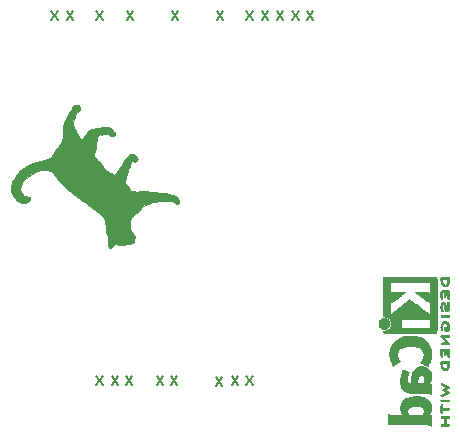
<source format=gbr>
G04 #@! TF.GenerationSoftware,KiCad,Pcbnew,5.99.0-unknown-d20d310~86~ubuntu18.04.1*
G04 #@! TF.CreationDate,2019-12-20T15:33:37-05:00*
G04 #@! TF.ProjectId,me3616_module_board,6d653336-3136-45f6-9d6f-64756c655f62,rev?*
G04 #@! TF.SameCoordinates,Original*
G04 #@! TF.FileFunction,Legend,Bot*
G04 #@! TF.FilePolarity,Positive*
%FSLAX46Y46*%
G04 Gerber Fmt 4.6, Leading zero omitted, Abs format (unit mm)*
G04 Created by KiCad (PCBNEW 5.99.0-unknown-d20d310~86~ubuntu18.04.1) date 2019-12-20 15:33:37*
%MOMM*%
%LPD*%
G04 APERTURE LIST*
%ADD10C,0.150000*%
%ADD11C,0.010000*%
G04 APERTURE END LIST*
D10*
X129666666Y-115061904D02*
X129133333Y-115861904D01*
X129133333Y-115061904D02*
X129666666Y-115861904D01*
X130966666Y-115061904D02*
X130433333Y-115861904D01*
X130433333Y-115061904D02*
X130966666Y-115861904D01*
X132166666Y-115061904D02*
X131633333Y-115861904D01*
X131633333Y-115061904D02*
X132166666Y-115861904D01*
X134766666Y-115061904D02*
X134233333Y-115861904D01*
X134233333Y-115061904D02*
X134766666Y-115861904D01*
X135966666Y-115061904D02*
X135433333Y-115861904D01*
X135433333Y-115061904D02*
X135966666Y-115861904D01*
X139766666Y-115161904D02*
X139233333Y-115961904D01*
X139233333Y-115161904D02*
X139766666Y-115961904D01*
X141166666Y-115061904D02*
X140633333Y-115861904D01*
X140633333Y-115061904D02*
X141166666Y-115861904D01*
X142366666Y-115061904D02*
X141833333Y-115861904D01*
X141833333Y-115061904D02*
X142366666Y-115861904D01*
X125866666Y-84161904D02*
X125333333Y-84961904D01*
X125333333Y-84161904D02*
X125866666Y-84961904D01*
X127166666Y-84161904D02*
X126633333Y-84961904D01*
X126633333Y-84161904D02*
X127166666Y-84961904D01*
X129666666Y-84161904D02*
X129133333Y-84961904D01*
X129133333Y-84161904D02*
X129666666Y-84961904D01*
X132266666Y-84161904D02*
X131733333Y-84961904D01*
X131733333Y-84161904D02*
X132266666Y-84961904D01*
X136066666Y-84161904D02*
X135533333Y-84961904D01*
X135533333Y-84161904D02*
X136066666Y-84961904D01*
X139866666Y-84161904D02*
X139333333Y-84961904D01*
X139333333Y-84161904D02*
X139866666Y-84961904D01*
X142366666Y-84161904D02*
X141833333Y-84961904D01*
X141833333Y-84161904D02*
X142366666Y-84961904D01*
X143666666Y-84161904D02*
X143133333Y-84961904D01*
X143133333Y-84161904D02*
X143666666Y-84961904D01*
X144966666Y-84161904D02*
X144433333Y-84961904D01*
X144433333Y-84161904D02*
X144966666Y-84961904D01*
X146266666Y-84161904D02*
X145733333Y-84961904D01*
X145733333Y-84161904D02*
X146266666Y-84961904D01*
X147466666Y-84161904D02*
X146933333Y-84961904D01*
X146933333Y-84161904D02*
X147466666Y-84961904D01*
G36*
X154243011Y-106723941D02*
G01*
X154390216Y-106723638D01*
X154554349Y-106723452D01*
X154736352Y-106723358D01*
X154937165Y-106723329D01*
X155157732Y-106723339D01*
X155398992Y-106723364D01*
X155661889Y-106723378D01*
X155704040Y-106723378D01*
X155964668Y-106723354D01*
X156203796Y-106723315D01*
X156422360Y-106723292D01*
X156621295Y-106723313D01*
X156801535Y-106723407D01*
X156964015Y-106723605D01*
X157109670Y-106723937D01*
X157239434Y-106724431D01*
X157354243Y-106725117D01*
X157455030Y-106726024D01*
X157542730Y-106727183D01*
X157618279Y-106728622D01*
X157682611Y-106730371D01*
X157736661Y-106732460D01*
X157781363Y-106734917D01*
X157817652Y-106737773D01*
X157846463Y-106741057D01*
X157868731Y-106744798D01*
X157885390Y-106749026D01*
X157897375Y-106753771D01*
X157905621Y-106759061D01*
X157911062Y-106764927D01*
X157914634Y-106771398D01*
X157917270Y-106778503D01*
X157919906Y-106786272D01*
X157923477Y-106794734D01*
X157925145Y-106799092D01*
X157927111Y-106807605D01*
X157928911Y-106820306D01*
X157930555Y-106838115D01*
X157932047Y-106861951D01*
X157933397Y-106892734D01*
X157934611Y-106931383D01*
X157935697Y-106978818D01*
X157936661Y-107035957D01*
X157937511Y-107103721D01*
X157938253Y-107183029D01*
X157938897Y-107274801D01*
X157939447Y-107379956D01*
X157939913Y-107499413D01*
X157940300Y-107634092D01*
X157940616Y-107784912D01*
X157940869Y-107952794D01*
X157941066Y-108138655D01*
X157941213Y-108343417D01*
X157941318Y-108567998D01*
X157941389Y-108813318D01*
X157941432Y-109080296D01*
X157941437Y-109118679D01*
X157941480Y-109384078D01*
X157941525Y-109627950D01*
X157941548Y-109851217D01*
X157941524Y-110054804D01*
X157941430Y-110239633D01*
X157941243Y-110406627D01*
X157940939Y-110556710D01*
X157940494Y-110690804D01*
X157939885Y-110809834D01*
X157939089Y-110914721D01*
X157938080Y-111006390D01*
X157936837Y-111085763D01*
X157935335Y-111153763D01*
X157933551Y-111211314D01*
X157931461Y-111259338D01*
X157929042Y-111298760D01*
X157926270Y-111330501D01*
X157923121Y-111355486D01*
X157919572Y-111374636D01*
X157915598Y-111388877D01*
X157911178Y-111399129D01*
X157906286Y-111406318D01*
X157900900Y-111411365D01*
X157894996Y-111415195D01*
X157888549Y-111418729D01*
X157881537Y-111422892D01*
X157879687Y-111423975D01*
X157874180Y-111426187D01*
X157865868Y-111428214D01*
X157853809Y-111430062D01*
X157837063Y-111431739D01*
X157814687Y-111433255D01*
X157785740Y-111434617D01*
X157749280Y-111435833D01*
X157704367Y-111436911D01*
X157650057Y-111437860D01*
X157585410Y-111438688D01*
X157509484Y-111439403D01*
X157421338Y-111440013D01*
X157320029Y-111440526D01*
X157204617Y-111440950D01*
X157074160Y-111441294D01*
X156927716Y-111441566D01*
X156764344Y-111441773D01*
X156583101Y-111441924D01*
X156383048Y-111442028D01*
X156163241Y-111442092D01*
X155922739Y-111442124D01*
X155660602Y-111442133D01*
X153469031Y-111442133D01*
X153430649Y-111403751D01*
X153406911Y-111376645D01*
X153395111Y-111349747D01*
X153392267Y-111313440D01*
X153392267Y-111261511D01*
X153480206Y-111261511D01*
X153530102Y-111259573D01*
X153640523Y-111240801D01*
X153741987Y-111203783D01*
X153833152Y-111150631D01*
X153912673Y-111083454D01*
X153979205Y-111004362D01*
X154031406Y-110915466D01*
X154067930Y-110818875D01*
X154087434Y-110716700D01*
X154088561Y-110612147D01*
X154904978Y-110612147D01*
X154904978Y-111057805D01*
X156081845Y-111060880D01*
X157258711Y-111063955D01*
X157317622Y-111090593D01*
X157342183Y-111102515D01*
X157372434Y-111119754D01*
X157389560Y-111132926D01*
X157397591Y-111140924D01*
X157412493Y-111148622D01*
X157413765Y-111144740D01*
X157415791Y-111121480D01*
X157417626Y-111079126D01*
X157419227Y-111019868D01*
X157420549Y-110945893D01*
X157421548Y-110859390D01*
X157422180Y-110762548D01*
X157422400Y-110657555D01*
X157422349Y-110588644D01*
X157422091Y-110490393D01*
X157421637Y-110400970D01*
X157421010Y-110322667D01*
X157420235Y-110257777D01*
X157419335Y-110208589D01*
X157418334Y-110177396D01*
X157417257Y-110166489D01*
X157414037Y-110167678D01*
X157396452Y-110177824D01*
X157370158Y-110194960D01*
X157357691Y-110203460D01*
X157343622Y-110212671D01*
X157329351Y-110220767D01*
X157313479Y-110227815D01*
X157294609Y-110233883D01*
X157271341Y-110239039D01*
X157242278Y-110243349D01*
X157206021Y-110246881D01*
X157161170Y-110249703D01*
X157106328Y-110251882D01*
X157040097Y-110253486D01*
X156961077Y-110254581D01*
X156867871Y-110255235D01*
X156759079Y-110255516D01*
X156633303Y-110255491D01*
X156489145Y-110255228D01*
X156325207Y-110254794D01*
X156140089Y-110254255D01*
X155961232Y-110253721D01*
X155802374Y-110253195D01*
X155663316Y-110252650D01*
X155542665Y-110252055D01*
X155439028Y-110251381D01*
X155351011Y-110250597D01*
X155277223Y-110249674D01*
X155216269Y-110248581D01*
X155166757Y-110247288D01*
X155127293Y-110245765D01*
X155096484Y-110243981D01*
X155072938Y-110241908D01*
X155055260Y-110239514D01*
X155042059Y-110236770D01*
X155031940Y-110233644D01*
X155023511Y-110230108D01*
X155015375Y-110226209D01*
X154978544Y-110206562D01*
X154948391Y-110187775D01*
X154946908Y-110186728D01*
X154924659Y-110172398D01*
X154911702Y-110166489D01*
X154911249Y-110167496D01*
X154909803Y-110184695D01*
X154908480Y-110221344D01*
X154907316Y-110275038D01*
X154906347Y-110343370D01*
X154905611Y-110423936D01*
X154905142Y-110514330D01*
X154904978Y-110612147D01*
X154088561Y-110612147D01*
X154088573Y-110611050D01*
X154070005Y-110504036D01*
X154030384Y-110397768D01*
X153972516Y-110300781D01*
X153897684Y-110215707D01*
X153809615Y-110146985D01*
X153710616Y-110096082D01*
X153602993Y-110064465D01*
X153489054Y-110053600D01*
X153392267Y-110053600D01*
X153392267Y-108433247D01*
X153392280Y-108222103D01*
X153392330Y-108017980D01*
X153392430Y-107834314D01*
X153392592Y-107670009D01*
X153392829Y-107523971D01*
X153393153Y-107395106D01*
X153393575Y-107282317D01*
X153394109Y-107184512D01*
X153394767Y-107100596D01*
X153395561Y-107029473D01*
X153395587Y-107027803D01*
X154001867Y-107027803D01*
X154001867Y-108087686D01*
X154064966Y-108049689D01*
X154090005Y-108035007D01*
X154117586Y-108020469D01*
X154145700Y-108008373D01*
X154176551Y-107998468D01*
X154212344Y-107990506D01*
X154255283Y-107984239D01*
X154307574Y-107979418D01*
X154371419Y-107975794D01*
X154449025Y-107973119D01*
X154542594Y-107971143D01*
X154654333Y-107969618D01*
X154786445Y-107968296D01*
X154906434Y-107967387D01*
X155023063Y-107966980D01*
X155118531Y-107967233D01*
X155192556Y-107968143D01*
X155244855Y-107969707D01*
X155275149Y-107971921D01*
X155283156Y-107974780D01*
X155279858Y-107977839D01*
X155258408Y-107995994D01*
X155221889Y-108025725D01*
X155172442Y-108065361D01*
X155112207Y-108113229D01*
X155043327Y-108167657D01*
X154967943Y-108226973D01*
X154888196Y-108289505D01*
X154806228Y-108353579D01*
X154724180Y-108417525D01*
X154644194Y-108479669D01*
X154568411Y-108538339D01*
X154498973Y-108591863D01*
X154438021Y-108638570D01*
X154387696Y-108676786D01*
X154350140Y-108704839D01*
X154327495Y-108721057D01*
X154255212Y-108766365D01*
X154175463Y-108806339D01*
X154107188Y-108827870D01*
X154049844Y-108831173D01*
X154001867Y-108825884D01*
X154002117Y-109957644D01*
X154032722Y-109918133D01*
X154040089Y-109908752D01*
X154094438Y-109845817D01*
X154162259Y-109777003D01*
X154245516Y-109700404D01*
X154346178Y-109614112D01*
X154366847Y-109596948D01*
X154416409Y-109556167D01*
X154477326Y-109506412D01*
X154547898Y-109449045D01*
X154626424Y-109385431D01*
X154711204Y-109316931D01*
X154800537Y-109244910D01*
X154892722Y-109170730D01*
X154911702Y-109155483D01*
X154986060Y-109095754D01*
X155078848Y-109021347D01*
X155169388Y-108948869D01*
X155255978Y-108879686D01*
X155336918Y-108815159D01*
X155410506Y-108756653D01*
X155475044Y-108705530D01*
X155528829Y-108663153D01*
X155570162Y-108630885D01*
X155597342Y-108610090D01*
X155608668Y-108602131D01*
X155612771Y-108603889D01*
X155633334Y-108616770D01*
X155669561Y-108641115D01*
X155719824Y-108675753D01*
X155782492Y-108719514D01*
X155855936Y-108771225D01*
X155938527Y-108829716D01*
X156028636Y-108893816D01*
X156124631Y-108962354D01*
X156224885Y-109034157D01*
X156327768Y-109108056D01*
X156431650Y-109182879D01*
X156534901Y-109257455D01*
X156635892Y-109330613D01*
X156732994Y-109401181D01*
X156824577Y-109467989D01*
X156909011Y-109529865D01*
X156984667Y-109585639D01*
X157049916Y-109634138D01*
X157103128Y-109674193D01*
X157142673Y-109704631D01*
X157168026Y-109725056D01*
X157222295Y-109771101D01*
X157278775Y-109821388D01*
X157328669Y-109868185D01*
X157422400Y-109959349D01*
X157422400Y-108804910D01*
X157346200Y-108805544D01*
X157304160Y-108804426D01*
X157268334Y-108798696D01*
X157230772Y-108786110D01*
X157182577Y-108764432D01*
X157175897Y-108761211D01*
X157126359Y-108735812D01*
X157078369Y-108709004D01*
X157041466Y-108686083D01*
X157034834Y-108681515D01*
X157003593Y-108659484D01*
X156958654Y-108627307D01*
X156902147Y-108586543D01*
X156836204Y-108538755D01*
X156762957Y-108485502D01*
X156684536Y-108428345D01*
X156603072Y-108368845D01*
X156520698Y-108308563D01*
X156439544Y-108249060D01*
X156361742Y-108191895D01*
X156289423Y-108138630D01*
X156224718Y-108090826D01*
X156169759Y-108050043D01*
X156126676Y-108017842D01*
X156097602Y-107995784D01*
X156084667Y-107985429D01*
X156080351Y-107980956D01*
X156078312Y-107976764D01*
X156080926Y-107973357D01*
X156089986Y-107970675D01*
X156107285Y-107968659D01*
X156134614Y-107967252D01*
X156173765Y-107966395D01*
X156226533Y-107966030D01*
X156294707Y-107966097D01*
X156380082Y-107966540D01*
X156484449Y-107967298D01*
X156609600Y-107968315D01*
X156654300Y-107968692D01*
X156775395Y-107969831D01*
X156876688Y-107971028D01*
X156960262Y-107972364D01*
X157028204Y-107973923D01*
X157082599Y-107975785D01*
X157125532Y-107978034D01*
X157159089Y-107980752D01*
X157185355Y-107984021D01*
X157206416Y-107987922D01*
X157224357Y-107992539D01*
X157250770Y-108000808D01*
X157312772Y-108024417D01*
X157365573Y-108050315D01*
X157402645Y-108075465D01*
X157404075Y-108076661D01*
X157408424Y-108078832D01*
X157412026Y-108076672D01*
X157414951Y-108068356D01*
X157417269Y-108052060D01*
X157419051Y-108025959D01*
X157420367Y-107988229D01*
X157421286Y-107937044D01*
X157421878Y-107870580D01*
X157422215Y-107787013D01*
X157422365Y-107684517D01*
X157422400Y-107561268D01*
X157422400Y-107029704D01*
X157364783Y-107068477D01*
X157355893Y-107074568D01*
X157341069Y-107085024D01*
X157327422Y-107094421D01*
X157313765Y-107102817D01*
X157298911Y-107110267D01*
X157281670Y-107116827D01*
X157260855Y-107122554D01*
X157235280Y-107127505D01*
X157203755Y-107131734D01*
X157165093Y-107135299D01*
X157118107Y-107138256D01*
X157061608Y-107140660D01*
X156994409Y-107142569D01*
X156915322Y-107144038D01*
X156823160Y-107145124D01*
X156716734Y-107145882D01*
X156594857Y-107146370D01*
X156456341Y-107146642D01*
X156299999Y-107146757D01*
X156124642Y-107146769D01*
X155929082Y-107146735D01*
X155712133Y-107146711D01*
X155589513Y-107146720D01*
X155384447Y-107146757D01*
X155200116Y-107146773D01*
X155035334Y-107146712D01*
X154888916Y-107146516D01*
X154759674Y-107146130D01*
X154646422Y-107145495D01*
X154547975Y-107144556D01*
X154463144Y-107143255D01*
X154390744Y-107141536D01*
X154329589Y-107139341D01*
X154278492Y-107136615D01*
X154236267Y-107133299D01*
X154201727Y-107129338D01*
X154173686Y-107124675D01*
X154150958Y-107119253D01*
X154132356Y-107113014D01*
X154116693Y-107105903D01*
X154102784Y-107097862D01*
X154089441Y-107088834D01*
X154075479Y-107078764D01*
X154059711Y-107067593D01*
X154001867Y-107027803D01*
X153395587Y-107027803D01*
X153396504Y-106970050D01*
X153397608Y-106921232D01*
X153398884Y-106881923D01*
X153400347Y-106851031D01*
X153402007Y-106827459D01*
X153403878Y-106810114D01*
X153405972Y-106797901D01*
X153408300Y-106789725D01*
X153410876Y-106784492D01*
X153414445Y-106778496D01*
X153417978Y-106771721D01*
X153421488Y-106765522D01*
X153425918Y-106759874D01*
X153432208Y-106754753D01*
X153441301Y-106750131D01*
X153454139Y-106745985D01*
X153471662Y-106742287D01*
X153494813Y-106739013D01*
X153524534Y-106736137D01*
X153561765Y-106733633D01*
X153607449Y-106731476D01*
X153662527Y-106729640D01*
X153727941Y-106728100D01*
X153804633Y-106726830D01*
X153893544Y-106725805D01*
X153995617Y-106724999D01*
X154001867Y-106724966D01*
X154111792Y-106724386D01*
X154243011Y-106723941D01*
G37*
D11*
X154243011Y-106723941D02*
X154390216Y-106723638D01*
X154554349Y-106723452D01*
X154736352Y-106723358D01*
X154937165Y-106723329D01*
X155157732Y-106723339D01*
X155398992Y-106723364D01*
X155661889Y-106723378D01*
X155704040Y-106723378D01*
X155964668Y-106723354D01*
X156203796Y-106723315D01*
X156422360Y-106723292D01*
X156621295Y-106723313D01*
X156801535Y-106723407D01*
X156964015Y-106723605D01*
X157109670Y-106723937D01*
X157239434Y-106724431D01*
X157354243Y-106725117D01*
X157455030Y-106726024D01*
X157542730Y-106727183D01*
X157618279Y-106728622D01*
X157682611Y-106730371D01*
X157736661Y-106732460D01*
X157781363Y-106734917D01*
X157817652Y-106737773D01*
X157846463Y-106741057D01*
X157868731Y-106744798D01*
X157885390Y-106749026D01*
X157897375Y-106753771D01*
X157905621Y-106759061D01*
X157911062Y-106764927D01*
X157914634Y-106771398D01*
X157917270Y-106778503D01*
X157919906Y-106786272D01*
X157923477Y-106794734D01*
X157925145Y-106799092D01*
X157927111Y-106807605D01*
X157928911Y-106820306D01*
X157930555Y-106838115D01*
X157932047Y-106861951D01*
X157933397Y-106892734D01*
X157934611Y-106931383D01*
X157935697Y-106978818D01*
X157936661Y-107035957D01*
X157937511Y-107103721D01*
X157938253Y-107183029D01*
X157938897Y-107274801D01*
X157939447Y-107379956D01*
X157939913Y-107499413D01*
X157940300Y-107634092D01*
X157940616Y-107784912D01*
X157940869Y-107952794D01*
X157941066Y-108138655D01*
X157941213Y-108343417D01*
X157941318Y-108567998D01*
X157941389Y-108813318D01*
X157941432Y-109080296D01*
X157941437Y-109118679D01*
X157941480Y-109384078D01*
X157941525Y-109627950D01*
X157941548Y-109851217D01*
X157941524Y-110054804D01*
X157941430Y-110239633D01*
X157941243Y-110406627D01*
X157940939Y-110556710D01*
X157940494Y-110690804D01*
X157939885Y-110809834D01*
X157939089Y-110914721D01*
X157938080Y-111006390D01*
X157936837Y-111085763D01*
X157935335Y-111153763D01*
X157933551Y-111211314D01*
X157931461Y-111259338D01*
X157929042Y-111298760D01*
X157926270Y-111330501D01*
X157923121Y-111355486D01*
X157919572Y-111374636D01*
X157915598Y-111388877D01*
X157911178Y-111399129D01*
X157906286Y-111406318D01*
X157900900Y-111411365D01*
X157894996Y-111415195D01*
X157888549Y-111418729D01*
X157881537Y-111422892D01*
X157879687Y-111423975D01*
X157874180Y-111426187D01*
X157865868Y-111428214D01*
X157853809Y-111430062D01*
X157837063Y-111431739D01*
X157814687Y-111433255D01*
X157785740Y-111434617D01*
X157749280Y-111435833D01*
X157704367Y-111436911D01*
X157650057Y-111437860D01*
X157585410Y-111438688D01*
X157509484Y-111439403D01*
X157421338Y-111440013D01*
X157320029Y-111440526D01*
X157204617Y-111440950D01*
X157074160Y-111441294D01*
X156927716Y-111441566D01*
X156764344Y-111441773D01*
X156583101Y-111441924D01*
X156383048Y-111442028D01*
X156163241Y-111442092D01*
X155922739Y-111442124D01*
X155660602Y-111442133D01*
X153469031Y-111442133D01*
X153430649Y-111403751D01*
X153406911Y-111376645D01*
X153395111Y-111349747D01*
X153392267Y-111313440D01*
X153392267Y-111261511D01*
X153480206Y-111261511D01*
X153530102Y-111259573D01*
X153640523Y-111240801D01*
X153741987Y-111203783D01*
X153833152Y-111150631D01*
X153912673Y-111083454D01*
X153979205Y-111004362D01*
X154031406Y-110915466D01*
X154067930Y-110818875D01*
X154087434Y-110716700D01*
X154088561Y-110612147D01*
X154904978Y-110612147D01*
X154904978Y-111057805D01*
X156081845Y-111060880D01*
X157258711Y-111063955D01*
X157317622Y-111090593D01*
X157342183Y-111102515D01*
X157372434Y-111119754D01*
X157389560Y-111132926D01*
X157397591Y-111140924D01*
X157412493Y-111148622D01*
X157413765Y-111144740D01*
X157415791Y-111121480D01*
X157417626Y-111079126D01*
X157419227Y-111019868D01*
X157420549Y-110945893D01*
X157421548Y-110859390D01*
X157422180Y-110762548D01*
X157422400Y-110657555D01*
X157422349Y-110588644D01*
X157422091Y-110490393D01*
X157421637Y-110400970D01*
X157421010Y-110322667D01*
X157420235Y-110257777D01*
X157419335Y-110208589D01*
X157418334Y-110177396D01*
X157417257Y-110166489D01*
X157414037Y-110167678D01*
X157396452Y-110177824D01*
X157370158Y-110194960D01*
X157357691Y-110203460D01*
X157343622Y-110212671D01*
X157329351Y-110220767D01*
X157313479Y-110227815D01*
X157294609Y-110233883D01*
X157271341Y-110239039D01*
X157242278Y-110243349D01*
X157206021Y-110246881D01*
X157161170Y-110249703D01*
X157106328Y-110251882D01*
X157040097Y-110253486D01*
X156961077Y-110254581D01*
X156867871Y-110255235D01*
X156759079Y-110255516D01*
X156633303Y-110255491D01*
X156489145Y-110255228D01*
X156325207Y-110254794D01*
X156140089Y-110254255D01*
X155961232Y-110253721D01*
X155802374Y-110253195D01*
X155663316Y-110252650D01*
X155542665Y-110252055D01*
X155439028Y-110251381D01*
X155351011Y-110250597D01*
X155277223Y-110249674D01*
X155216269Y-110248581D01*
X155166757Y-110247288D01*
X155127293Y-110245765D01*
X155096484Y-110243981D01*
X155072938Y-110241908D01*
X155055260Y-110239514D01*
X155042059Y-110236770D01*
X155031940Y-110233644D01*
X155023511Y-110230108D01*
X155015375Y-110226209D01*
X154978544Y-110206562D01*
X154948391Y-110187775D01*
X154946908Y-110186728D01*
X154924659Y-110172398D01*
X154911702Y-110166489D01*
X154911249Y-110167496D01*
X154909803Y-110184695D01*
X154908480Y-110221344D01*
X154907316Y-110275038D01*
X154906347Y-110343370D01*
X154905611Y-110423936D01*
X154905142Y-110514330D01*
X154904978Y-110612147D01*
X154088561Y-110612147D01*
X154088573Y-110611050D01*
X154070005Y-110504036D01*
X154030384Y-110397768D01*
X153972516Y-110300781D01*
X153897684Y-110215707D01*
X153809615Y-110146985D01*
X153710616Y-110096082D01*
X153602993Y-110064465D01*
X153489054Y-110053600D01*
X153392267Y-110053600D01*
X153392267Y-108433247D01*
X153392280Y-108222103D01*
X153392330Y-108017980D01*
X153392430Y-107834314D01*
X153392592Y-107670009D01*
X153392829Y-107523971D01*
X153393153Y-107395106D01*
X153393575Y-107282317D01*
X153394109Y-107184512D01*
X153394767Y-107100596D01*
X153395561Y-107029473D01*
X153395587Y-107027803D01*
X154001867Y-107027803D01*
X154001867Y-108087686D01*
X154064966Y-108049689D01*
X154090005Y-108035007D01*
X154117586Y-108020469D01*
X154145700Y-108008373D01*
X154176551Y-107998468D01*
X154212344Y-107990506D01*
X154255283Y-107984239D01*
X154307574Y-107979418D01*
X154371419Y-107975794D01*
X154449025Y-107973119D01*
X154542594Y-107971143D01*
X154654333Y-107969618D01*
X154786445Y-107968296D01*
X154906434Y-107967387D01*
X155023063Y-107966980D01*
X155118531Y-107967233D01*
X155192556Y-107968143D01*
X155244855Y-107969707D01*
X155275149Y-107971921D01*
X155283156Y-107974780D01*
X155279858Y-107977839D01*
X155258408Y-107995994D01*
X155221889Y-108025725D01*
X155172442Y-108065361D01*
X155112207Y-108113229D01*
X155043327Y-108167657D01*
X154967943Y-108226973D01*
X154888196Y-108289505D01*
X154806228Y-108353579D01*
X154724180Y-108417525D01*
X154644194Y-108479669D01*
X154568411Y-108538339D01*
X154498973Y-108591863D01*
X154438021Y-108638570D01*
X154387696Y-108676786D01*
X154350140Y-108704839D01*
X154327495Y-108721057D01*
X154255212Y-108766365D01*
X154175463Y-108806339D01*
X154107188Y-108827870D01*
X154049844Y-108831173D01*
X154001867Y-108825884D01*
X154002117Y-109957644D01*
X154032722Y-109918133D01*
X154040089Y-109908752D01*
X154094438Y-109845817D01*
X154162259Y-109777003D01*
X154245516Y-109700404D01*
X154346178Y-109614112D01*
X154366847Y-109596948D01*
X154416409Y-109556167D01*
X154477326Y-109506412D01*
X154547898Y-109449045D01*
X154626424Y-109385431D01*
X154711204Y-109316931D01*
X154800537Y-109244910D01*
X154892722Y-109170730D01*
X154911702Y-109155483D01*
X154986060Y-109095754D01*
X155078848Y-109021347D01*
X155169388Y-108948869D01*
X155255978Y-108879686D01*
X155336918Y-108815159D01*
X155410506Y-108756653D01*
X155475044Y-108705530D01*
X155528829Y-108663153D01*
X155570162Y-108630885D01*
X155597342Y-108610090D01*
X155608668Y-108602131D01*
X155612771Y-108603889D01*
X155633334Y-108616770D01*
X155669561Y-108641115D01*
X155719824Y-108675753D01*
X155782492Y-108719514D01*
X155855936Y-108771225D01*
X155938527Y-108829716D01*
X156028636Y-108893816D01*
X156124631Y-108962354D01*
X156224885Y-109034157D01*
X156327768Y-109108056D01*
X156431650Y-109182879D01*
X156534901Y-109257455D01*
X156635892Y-109330613D01*
X156732994Y-109401181D01*
X156824577Y-109467989D01*
X156909011Y-109529865D01*
X156984667Y-109585639D01*
X157049916Y-109634138D01*
X157103128Y-109674193D01*
X157142673Y-109704631D01*
X157168026Y-109725056D01*
X157222295Y-109771101D01*
X157278775Y-109821388D01*
X157328669Y-109868185D01*
X157422400Y-109959349D01*
X157422400Y-108804910D01*
X157346200Y-108805544D01*
X157304160Y-108804426D01*
X157268334Y-108798696D01*
X157230772Y-108786110D01*
X157182577Y-108764432D01*
X157175897Y-108761211D01*
X157126359Y-108735812D01*
X157078369Y-108709004D01*
X157041466Y-108686083D01*
X157034834Y-108681515D01*
X157003593Y-108659484D01*
X156958654Y-108627307D01*
X156902147Y-108586543D01*
X156836204Y-108538755D01*
X156762957Y-108485502D01*
X156684536Y-108428345D01*
X156603072Y-108368845D01*
X156520698Y-108308563D01*
X156439544Y-108249060D01*
X156361742Y-108191895D01*
X156289423Y-108138630D01*
X156224718Y-108090826D01*
X156169759Y-108050043D01*
X156126676Y-108017842D01*
X156097602Y-107995784D01*
X156084667Y-107985429D01*
X156080351Y-107980956D01*
X156078312Y-107976764D01*
X156080926Y-107973357D01*
X156089986Y-107970675D01*
X156107285Y-107968659D01*
X156134614Y-107967252D01*
X156173765Y-107966395D01*
X156226533Y-107966030D01*
X156294707Y-107966097D01*
X156380082Y-107966540D01*
X156484449Y-107967298D01*
X156609600Y-107968315D01*
X156654300Y-107968692D01*
X156775395Y-107969831D01*
X156876688Y-107971028D01*
X156960262Y-107972364D01*
X157028204Y-107973923D01*
X157082599Y-107975785D01*
X157125532Y-107978034D01*
X157159089Y-107980752D01*
X157185355Y-107984021D01*
X157206416Y-107987922D01*
X157224357Y-107992539D01*
X157250770Y-108000808D01*
X157312772Y-108024417D01*
X157365573Y-108050315D01*
X157402645Y-108075465D01*
X157404075Y-108076661D01*
X157408424Y-108078832D01*
X157412026Y-108076672D01*
X157414951Y-108068356D01*
X157417269Y-108052060D01*
X157419051Y-108025959D01*
X157420367Y-107988229D01*
X157421286Y-107937044D01*
X157421878Y-107870580D01*
X157422215Y-107787013D01*
X157422365Y-107684517D01*
X157422400Y-107561268D01*
X157422400Y-107029704D01*
X157364783Y-107068477D01*
X157355893Y-107074568D01*
X157341069Y-107085024D01*
X157327422Y-107094421D01*
X157313765Y-107102817D01*
X157298911Y-107110267D01*
X157281670Y-107116827D01*
X157260855Y-107122554D01*
X157235280Y-107127505D01*
X157203755Y-107131734D01*
X157165093Y-107135299D01*
X157118107Y-107138256D01*
X157061608Y-107140660D01*
X156994409Y-107142569D01*
X156915322Y-107144038D01*
X156823160Y-107145124D01*
X156716734Y-107145882D01*
X156594857Y-107146370D01*
X156456341Y-107146642D01*
X156299999Y-107146757D01*
X156124642Y-107146769D01*
X155929082Y-107146735D01*
X155712133Y-107146711D01*
X155589513Y-107146720D01*
X155384447Y-107146757D01*
X155200116Y-107146773D01*
X155035334Y-107146712D01*
X154888916Y-107146516D01*
X154759674Y-107146130D01*
X154646422Y-107145495D01*
X154547975Y-107144556D01*
X154463144Y-107143255D01*
X154390744Y-107141536D01*
X154329589Y-107139341D01*
X154278492Y-107136615D01*
X154236267Y-107133299D01*
X154201727Y-107129338D01*
X154173686Y-107124675D01*
X154150958Y-107119253D01*
X154132356Y-107113014D01*
X154116693Y-107105903D01*
X154102784Y-107097862D01*
X154089441Y-107088834D01*
X154075479Y-107078764D01*
X154059711Y-107067593D01*
X154001867Y-107027803D01*
X153395587Y-107027803D01*
X153396504Y-106970050D01*
X153397608Y-106921232D01*
X153398884Y-106881923D01*
X153400347Y-106851031D01*
X153402007Y-106827459D01*
X153403878Y-106810114D01*
X153405972Y-106797901D01*
X153408300Y-106789725D01*
X153410876Y-106784492D01*
X153414445Y-106778496D01*
X153417978Y-106771721D01*
X153421488Y-106765522D01*
X153425918Y-106759874D01*
X153432208Y-106754753D01*
X153441301Y-106750131D01*
X153454139Y-106745985D01*
X153471662Y-106742287D01*
X153494813Y-106739013D01*
X153524534Y-106736137D01*
X153561765Y-106733633D01*
X153607449Y-106731476D01*
X153662527Y-106729640D01*
X153727941Y-106728100D01*
X153804633Y-106726830D01*
X153893544Y-106725805D01*
X153995617Y-106724999D01*
X154001867Y-106724966D01*
X154111792Y-106724386D01*
X154243011Y-106723941D01*
G36*
X155821325Y-111682449D02*
G01*
X156022581Y-111699209D01*
X156217128Y-111732708D01*
X156400756Y-111782956D01*
X156518053Y-111826810D01*
X156680951Y-111904652D01*
X156834866Y-111998172D01*
X156976671Y-112105178D01*
X157103239Y-112223481D01*
X157211441Y-112350889D01*
X157264120Y-112428394D01*
X157333750Y-112555275D01*
X157392468Y-112692757D01*
X157437587Y-112834284D01*
X157466422Y-112973298D01*
X157468106Y-112987403D01*
X157471434Y-113030847D01*
X157474275Y-113088277D01*
X157476373Y-113153878D01*
X157477468Y-113221833D01*
X157475140Y-113348622D01*
X157462136Y-113496327D01*
X157437133Y-113634221D01*
X157399318Y-113767986D01*
X157390889Y-113791438D01*
X157371408Y-113839388D01*
X157346473Y-113895860D01*
X157317722Y-113957621D01*
X157286790Y-114021437D01*
X157255315Y-114084074D01*
X157224934Y-114142297D01*
X157197283Y-114192873D01*
X157173999Y-114232567D01*
X157156718Y-114258146D01*
X157147079Y-114266375D01*
X157143984Y-114264924D01*
X157124079Y-114253750D01*
X157088420Y-114232866D01*
X157039459Y-114203735D01*
X156979646Y-114167819D01*
X156911433Y-114126580D01*
X156837271Y-114081483D01*
X156540008Y-113900215D01*
X156584539Y-113853685D01*
X156662865Y-113762277D01*
X156737439Y-113648666D01*
X156791474Y-113530878D01*
X156824290Y-113410441D01*
X156835211Y-113288883D01*
X156833868Y-113247415D01*
X156815612Y-113129920D01*
X156776617Y-113019911D01*
X156717670Y-112918570D01*
X156639557Y-112827079D01*
X156543064Y-112746620D01*
X156428978Y-112678373D01*
X156394724Y-112662092D01*
X156271240Y-112616018D01*
X156132918Y-112580894D01*
X155983561Y-112556803D01*
X155826973Y-112543827D01*
X155666956Y-112542051D01*
X155507314Y-112551557D01*
X155351850Y-112572428D01*
X155204366Y-112604748D01*
X155068667Y-112648601D01*
X154982076Y-112686018D01*
X154868688Y-112750815D01*
X154775070Y-112826228D01*
X154700959Y-112912582D01*
X154646094Y-113010205D01*
X154610212Y-113119423D01*
X154593051Y-113240561D01*
X154591880Y-113309962D01*
X154606141Y-113432832D01*
X154641241Y-113548336D01*
X154696682Y-113655047D01*
X154771964Y-113751536D01*
X154786440Y-113767280D01*
X154812962Y-113797850D01*
X154830138Y-113820191D01*
X154834787Y-113830309D01*
X154832597Y-113832294D01*
X154813721Y-113846759D01*
X154780397Y-113870600D01*
X154735380Y-113901971D01*
X154681425Y-113939026D01*
X154621285Y-113979917D01*
X154557718Y-114022798D01*
X154493476Y-114065822D01*
X154431315Y-114107143D01*
X154373991Y-114144914D01*
X154324257Y-114177288D01*
X154284868Y-114202418D01*
X154258580Y-114218458D01*
X154248147Y-114223561D01*
X154243941Y-114218950D01*
X154238933Y-114199733D01*
X154236386Y-114190162D01*
X154225249Y-114162191D01*
X154206802Y-114120552D01*
X154182725Y-114069005D01*
X154154699Y-114011310D01*
X154149154Y-114000043D01*
X154069889Y-113822313D01*
X154010385Y-113652510D01*
X153970245Y-113488570D01*
X153949071Y-113328429D01*
X153946466Y-113170023D01*
X153962033Y-113011289D01*
X153979523Y-112915732D01*
X154024564Y-112751442D01*
X154087656Y-112597411D01*
X154169915Y-112451491D01*
X154272457Y-112311534D01*
X154396399Y-112175392D01*
X154441661Y-112131527D01*
X154573865Y-112019242D01*
X154711832Y-111926028D01*
X154859750Y-111849281D01*
X155021803Y-111786397D01*
X155033391Y-111782580D01*
X155219392Y-111732493D01*
X155415521Y-111699101D01*
X155617568Y-111682416D01*
X155821325Y-111682449D01*
G37*
X155821325Y-111682449D02*
X156022581Y-111699209D01*
X156217128Y-111732708D01*
X156400756Y-111782956D01*
X156518053Y-111826810D01*
X156680951Y-111904652D01*
X156834866Y-111998172D01*
X156976671Y-112105178D01*
X157103239Y-112223481D01*
X157211441Y-112350889D01*
X157264120Y-112428394D01*
X157333750Y-112555275D01*
X157392468Y-112692757D01*
X157437587Y-112834284D01*
X157466422Y-112973298D01*
X157468106Y-112987403D01*
X157471434Y-113030847D01*
X157474275Y-113088277D01*
X157476373Y-113153878D01*
X157477468Y-113221833D01*
X157475140Y-113348622D01*
X157462136Y-113496327D01*
X157437133Y-113634221D01*
X157399318Y-113767986D01*
X157390889Y-113791438D01*
X157371408Y-113839388D01*
X157346473Y-113895860D01*
X157317722Y-113957621D01*
X157286790Y-114021437D01*
X157255315Y-114084074D01*
X157224934Y-114142297D01*
X157197283Y-114192873D01*
X157173999Y-114232567D01*
X157156718Y-114258146D01*
X157147079Y-114266375D01*
X157143984Y-114264924D01*
X157124079Y-114253750D01*
X157088420Y-114232866D01*
X157039459Y-114203735D01*
X156979646Y-114167819D01*
X156911433Y-114126580D01*
X156837271Y-114081483D01*
X156540008Y-113900215D01*
X156584539Y-113853685D01*
X156662865Y-113762277D01*
X156737439Y-113648666D01*
X156791474Y-113530878D01*
X156824290Y-113410441D01*
X156835211Y-113288883D01*
X156833868Y-113247415D01*
X156815612Y-113129920D01*
X156776617Y-113019911D01*
X156717670Y-112918570D01*
X156639557Y-112827079D01*
X156543064Y-112746620D01*
X156428978Y-112678373D01*
X156394724Y-112662092D01*
X156271240Y-112616018D01*
X156132918Y-112580894D01*
X155983561Y-112556803D01*
X155826973Y-112543827D01*
X155666956Y-112542051D01*
X155507314Y-112551557D01*
X155351850Y-112572428D01*
X155204366Y-112604748D01*
X155068667Y-112648601D01*
X154982076Y-112686018D01*
X154868688Y-112750815D01*
X154775070Y-112826228D01*
X154700959Y-112912582D01*
X154646094Y-113010205D01*
X154610212Y-113119423D01*
X154593051Y-113240561D01*
X154591880Y-113309962D01*
X154606141Y-113432832D01*
X154641241Y-113548336D01*
X154696682Y-113655047D01*
X154771964Y-113751536D01*
X154786440Y-113767280D01*
X154812962Y-113797850D01*
X154830138Y-113820191D01*
X154834787Y-113830309D01*
X154832597Y-113832294D01*
X154813721Y-113846759D01*
X154780397Y-113870600D01*
X154735380Y-113901971D01*
X154681425Y-113939026D01*
X154621285Y-113979917D01*
X154557718Y-114022798D01*
X154493476Y-114065822D01*
X154431315Y-114107143D01*
X154373991Y-114144914D01*
X154324257Y-114177288D01*
X154284868Y-114202418D01*
X154258580Y-114218458D01*
X154248147Y-114223561D01*
X154243941Y-114218950D01*
X154238933Y-114199733D01*
X154236386Y-114190162D01*
X154225249Y-114162191D01*
X154206802Y-114120552D01*
X154182725Y-114069005D01*
X154154699Y-114011310D01*
X154149154Y-114000043D01*
X154069889Y-113822313D01*
X154010385Y-113652510D01*
X153970245Y-113488570D01*
X153949071Y-113328429D01*
X153946466Y-113170023D01*
X153962033Y-113011289D01*
X153979523Y-112915732D01*
X154024564Y-112751442D01*
X154087656Y-112597411D01*
X154169915Y-112451491D01*
X154272457Y-112311534D01*
X154396399Y-112175392D01*
X154441661Y-112131527D01*
X154573865Y-112019242D01*
X154711832Y-111926028D01*
X154859750Y-111849281D01*
X155021803Y-111786397D01*
X155033391Y-111782580D01*
X155219392Y-111732493D01*
X155415521Y-111699101D01*
X155617568Y-111682416D01*
X155821325Y-111682449D01*
G36*
X156677363Y-114272739D02*
G01*
X156752202Y-114276368D01*
X156814401Y-114283978D01*
X156870984Y-114296312D01*
X156997076Y-114340687D01*
X157111679Y-114403600D01*
X157212568Y-114483762D01*
X157298924Y-114580260D01*
X157369932Y-114692178D01*
X157424776Y-114818603D01*
X157462638Y-114958622D01*
X157468351Y-114994851D01*
X157474313Y-115073845D01*
X157474646Y-115162159D01*
X157469659Y-115251925D01*
X157459666Y-115335278D01*
X157444978Y-115404349D01*
X157414749Y-115490813D01*
X157360057Y-115600714D01*
X157292543Y-115698044D01*
X157241556Y-115760133D01*
X157337622Y-115763395D01*
X157433689Y-115766657D01*
X157433689Y-116189550D01*
X157433686Y-116200457D01*
X157433380Y-116294944D01*
X157432616Y-116381669D01*
X157431451Y-116458163D01*
X157429942Y-116521957D01*
X157428147Y-116570582D01*
X157426121Y-116601567D01*
X157423922Y-116612444D01*
X157423463Y-116612422D01*
X157407910Y-116605386D01*
X157385071Y-116589566D01*
X157379638Y-116585266D01*
X157365606Y-116574223D01*
X157352186Y-116564689D01*
X157337722Y-116556539D01*
X157320556Y-116549648D01*
X157299034Y-116543889D01*
X157271498Y-116539138D01*
X157236292Y-116535269D01*
X157191760Y-116532156D01*
X157136246Y-116529675D01*
X157068093Y-116527700D01*
X156985645Y-116526106D01*
X156887246Y-116524766D01*
X156771239Y-116523556D01*
X156635968Y-116522351D01*
X156479778Y-116521025D01*
X156337012Y-116519772D01*
X156191942Y-116518349D01*
X156066027Y-116516824D01*
X155957436Y-116515067D01*
X155864334Y-116512949D01*
X155784891Y-116510340D01*
X155717273Y-116507110D01*
X155659649Y-116503131D01*
X155610185Y-116498272D01*
X155567050Y-116492403D01*
X155528410Y-116485396D01*
X155492434Y-116477120D01*
X155457289Y-116467446D01*
X155421142Y-116456244D01*
X155382161Y-116443384D01*
X155339091Y-116427910D01*
X155246871Y-116385006D01*
X155167099Y-116331265D01*
X155092965Y-116262424D01*
X155029405Y-116184815D01*
X154967725Y-116080239D01*
X154920202Y-115960756D01*
X154886567Y-115825492D01*
X154866552Y-115673574D01*
X154859889Y-115504128D01*
X154860287Y-115446110D01*
X154862335Y-115380602D01*
X154866704Y-115319307D01*
X154874035Y-115257903D01*
X154884969Y-115192068D01*
X154900147Y-115117480D01*
X154920209Y-115029816D01*
X154945797Y-114924755D01*
X154952820Y-114896194D01*
X154970776Y-114820946D01*
X154986820Y-114750612D01*
X155000028Y-114689433D01*
X155009474Y-114641646D01*
X155014231Y-114611489D01*
X155017910Y-114583217D01*
X155023187Y-114556940D01*
X155027942Y-114546941D01*
X155036781Y-114550048D01*
X155064072Y-114560806D01*
X155106906Y-114578136D01*
X155162425Y-114600874D01*
X155227772Y-114627853D01*
X155300089Y-114657910D01*
X155315879Y-114664507D01*
X155406484Y-114703093D01*
X155476217Y-114734232D01*
X155525405Y-114758083D01*
X155554374Y-114774802D01*
X155563452Y-114784546D01*
X155561405Y-114792234D01*
X155551760Y-114818585D01*
X155536190Y-114857018D01*
X155516815Y-114902178D01*
X155478814Y-114996707D01*
X155437780Y-115133520D01*
X155412612Y-115274711D01*
X155408611Y-115312686D01*
X155406447Y-115415941D01*
X155419622Y-115503048D01*
X155448756Y-115574871D01*
X155494466Y-115632269D01*
X155557372Y-115676104D01*
X155638092Y-115707238D01*
X155737245Y-115726530D01*
X155796224Y-115733950D01*
X155789445Y-115572064D01*
X155789111Y-115546106D01*
X156311842Y-115546106D01*
X156311857Y-115554993D01*
X156312655Y-115610340D01*
X156314488Y-115657264D01*
X156317111Y-115691047D01*
X156320274Y-115706972D01*
X156326741Y-115711057D01*
X156348875Y-115715428D01*
X156387988Y-115718396D01*
X156445939Y-115720086D01*
X156524586Y-115720622D01*
X156720462Y-115720622D01*
X156776973Y-115675952D01*
X156792212Y-115663215D01*
X156834844Y-115616396D01*
X156870672Y-115555745D01*
X156875850Y-115545103D01*
X156892745Y-115506324D01*
X156902909Y-115471308D01*
X156908325Y-115431278D01*
X156910978Y-115377459D01*
X156911383Y-115359352D01*
X156908540Y-115283989D01*
X156896620Y-115223257D01*
X156874037Y-115171548D01*
X156839211Y-115123254D01*
X156834798Y-115118197D01*
X156779160Y-115069728D01*
X156715333Y-115041541D01*
X156640282Y-115032248D01*
X156568693Y-115039480D01*
X156505645Y-115064204D01*
X156447758Y-115108751D01*
X156400808Y-115163681D01*
X156360961Y-115236106D01*
X156333263Y-115322660D01*
X156317096Y-115425330D01*
X156311842Y-115546106D01*
X155789111Y-115546106D01*
X155787813Y-115445505D01*
X155794194Y-115294049D01*
X155808777Y-115145604D01*
X155830882Y-115009422D01*
X155845821Y-114944755D01*
X155888741Y-114812510D01*
X155945340Y-114690238D01*
X156014017Y-114580315D01*
X156093170Y-114485117D01*
X156181196Y-114407020D01*
X156276493Y-114348401D01*
X156328864Y-114324405D01*
X156399590Y-114298768D01*
X156470812Y-114282522D01*
X156549712Y-114274178D01*
X156640282Y-114272310D01*
X156643467Y-114272245D01*
X156677363Y-114272739D01*
G37*
X156677363Y-114272739D02*
X156752202Y-114276368D01*
X156814401Y-114283978D01*
X156870984Y-114296312D01*
X156997076Y-114340687D01*
X157111679Y-114403600D01*
X157212568Y-114483762D01*
X157298924Y-114580260D01*
X157369932Y-114692178D01*
X157424776Y-114818603D01*
X157462638Y-114958622D01*
X157468351Y-114994851D01*
X157474313Y-115073845D01*
X157474646Y-115162159D01*
X157469659Y-115251925D01*
X157459666Y-115335278D01*
X157444978Y-115404349D01*
X157414749Y-115490813D01*
X157360057Y-115600714D01*
X157292543Y-115698044D01*
X157241556Y-115760133D01*
X157337622Y-115763395D01*
X157433689Y-115766657D01*
X157433689Y-116189550D01*
X157433686Y-116200457D01*
X157433380Y-116294944D01*
X157432616Y-116381669D01*
X157431451Y-116458163D01*
X157429942Y-116521957D01*
X157428147Y-116570582D01*
X157426121Y-116601567D01*
X157423922Y-116612444D01*
X157423463Y-116612422D01*
X157407910Y-116605386D01*
X157385071Y-116589566D01*
X157379638Y-116585266D01*
X157365606Y-116574223D01*
X157352186Y-116564689D01*
X157337722Y-116556539D01*
X157320556Y-116549648D01*
X157299034Y-116543889D01*
X157271498Y-116539138D01*
X157236292Y-116535269D01*
X157191760Y-116532156D01*
X157136246Y-116529675D01*
X157068093Y-116527700D01*
X156985645Y-116526106D01*
X156887246Y-116524766D01*
X156771239Y-116523556D01*
X156635968Y-116522351D01*
X156479778Y-116521025D01*
X156337012Y-116519772D01*
X156191942Y-116518349D01*
X156066027Y-116516824D01*
X155957436Y-116515067D01*
X155864334Y-116512949D01*
X155784891Y-116510340D01*
X155717273Y-116507110D01*
X155659649Y-116503131D01*
X155610185Y-116498272D01*
X155567050Y-116492403D01*
X155528410Y-116485396D01*
X155492434Y-116477120D01*
X155457289Y-116467446D01*
X155421142Y-116456244D01*
X155382161Y-116443384D01*
X155339091Y-116427910D01*
X155246871Y-116385006D01*
X155167099Y-116331265D01*
X155092965Y-116262424D01*
X155029405Y-116184815D01*
X154967725Y-116080239D01*
X154920202Y-115960756D01*
X154886567Y-115825492D01*
X154866552Y-115673574D01*
X154859889Y-115504128D01*
X154860287Y-115446110D01*
X154862335Y-115380602D01*
X154866704Y-115319307D01*
X154874035Y-115257903D01*
X154884969Y-115192068D01*
X154900147Y-115117480D01*
X154920209Y-115029816D01*
X154945797Y-114924755D01*
X154952820Y-114896194D01*
X154970776Y-114820946D01*
X154986820Y-114750612D01*
X155000028Y-114689433D01*
X155009474Y-114641646D01*
X155014231Y-114611489D01*
X155017910Y-114583217D01*
X155023187Y-114556940D01*
X155027942Y-114546941D01*
X155036781Y-114550048D01*
X155064072Y-114560806D01*
X155106906Y-114578136D01*
X155162425Y-114600874D01*
X155227772Y-114627853D01*
X155300089Y-114657910D01*
X155315879Y-114664507D01*
X155406484Y-114703093D01*
X155476217Y-114734232D01*
X155525405Y-114758083D01*
X155554374Y-114774802D01*
X155563452Y-114784546D01*
X155561405Y-114792234D01*
X155551760Y-114818585D01*
X155536190Y-114857018D01*
X155516815Y-114902178D01*
X155478814Y-114996707D01*
X155437780Y-115133520D01*
X155412612Y-115274711D01*
X155408611Y-115312686D01*
X155406447Y-115415941D01*
X155419622Y-115503048D01*
X155448756Y-115574871D01*
X155494466Y-115632269D01*
X155557372Y-115676104D01*
X155638092Y-115707238D01*
X155737245Y-115726530D01*
X155796224Y-115733950D01*
X155789445Y-115572064D01*
X155789111Y-115546106D01*
X156311842Y-115546106D01*
X156311857Y-115554993D01*
X156312655Y-115610340D01*
X156314488Y-115657264D01*
X156317111Y-115691047D01*
X156320274Y-115706972D01*
X156326741Y-115711057D01*
X156348875Y-115715428D01*
X156387988Y-115718396D01*
X156445939Y-115720086D01*
X156524586Y-115720622D01*
X156720462Y-115720622D01*
X156776973Y-115675952D01*
X156792212Y-115663215D01*
X156834844Y-115616396D01*
X156870672Y-115555745D01*
X156875850Y-115545103D01*
X156892745Y-115506324D01*
X156902909Y-115471308D01*
X156908325Y-115431278D01*
X156910978Y-115377459D01*
X156911383Y-115359352D01*
X156908540Y-115283989D01*
X156896620Y-115223257D01*
X156874037Y-115171548D01*
X156839211Y-115123254D01*
X156834798Y-115118197D01*
X156779160Y-115069728D01*
X156715333Y-115041541D01*
X156640282Y-115032248D01*
X156568693Y-115039480D01*
X156505645Y-115064204D01*
X156447758Y-115108751D01*
X156400808Y-115163681D01*
X156360961Y-115236106D01*
X156333263Y-115322660D01*
X156317096Y-115425330D01*
X156311842Y-115546106D01*
X155789111Y-115546106D01*
X155787813Y-115445505D01*
X155794194Y-115294049D01*
X155808777Y-115145604D01*
X155830882Y-115009422D01*
X155845821Y-114944755D01*
X155888741Y-114812510D01*
X155945340Y-114690238D01*
X156014017Y-114580315D01*
X156093170Y-114485117D01*
X156181196Y-114407020D01*
X156276493Y-114348401D01*
X156328864Y-114324405D01*
X156399590Y-114298768D01*
X156470812Y-114282522D01*
X156549712Y-114274178D01*
X156640282Y-114272310D01*
X156643467Y-114272245D01*
X156677363Y-114272739D01*
G36*
X156320158Y-116814732D02*
G01*
X156471594Y-116823311D01*
X156608283Y-116842167D01*
X156734276Y-116872163D01*
X156853625Y-116914164D01*
X156970381Y-116969031D01*
X157081179Y-117035833D01*
X157194739Y-117126637D01*
X157290211Y-117230292D01*
X157367073Y-117346113D01*
X157424797Y-117473414D01*
X157462858Y-117611511D01*
X157468666Y-117649207D01*
X157474396Y-117728248D01*
X157474583Y-117816371D01*
X157469539Y-117905764D01*
X157459578Y-117988616D01*
X157445012Y-118057113D01*
X157435364Y-118087965D01*
X157405123Y-118165270D01*
X157367617Y-118242321D01*
X157326614Y-118311800D01*
X157285879Y-118366385D01*
X157266505Y-118389084D01*
X157248662Y-118411799D01*
X157241778Y-118423221D01*
X157243424Y-118424463D01*
X157261205Y-118427272D01*
X157294370Y-118429224D01*
X157337733Y-118429955D01*
X157433689Y-118429955D01*
X157433689Y-119288104D01*
X157372974Y-119253839D01*
X157363868Y-119248645D01*
X157349249Y-119240285D01*
X157335173Y-119232712D01*
X157320540Y-119225888D01*
X157304249Y-119219773D01*
X157285198Y-119214327D01*
X157262286Y-119209513D01*
X157234413Y-119205292D01*
X157200478Y-119201623D01*
X157159379Y-119198469D01*
X157110015Y-119195789D01*
X157051286Y-119193546D01*
X156982090Y-119191701D01*
X156901326Y-119190213D01*
X156807894Y-119189045D01*
X156700692Y-119188156D01*
X156578620Y-119187509D01*
X156440576Y-119187064D01*
X156285459Y-119186782D01*
X156112168Y-119186625D01*
X155919603Y-119186552D01*
X155706662Y-119186526D01*
X155472245Y-119186507D01*
X153787378Y-119186311D01*
X153787378Y-118280983D01*
X153824067Y-118305415D01*
X153833647Y-118311682D01*
X153879981Y-118337792D01*
X153927102Y-118355531D01*
X153982251Y-118367092D01*
X154052667Y-118374669D01*
X154059650Y-118375161D01*
X154097641Y-118376938D01*
X154151576Y-118378556D01*
X154218703Y-118380001D01*
X154296271Y-118381260D01*
X154381528Y-118382320D01*
X154471724Y-118383171D01*
X154564107Y-118383797D01*
X154655925Y-118384188D01*
X154744427Y-118384330D01*
X154826862Y-118384210D01*
X154900479Y-118383817D01*
X154962526Y-118383138D01*
X155010251Y-118382159D01*
X155040904Y-118380868D01*
X155051733Y-118379253D01*
X155047333Y-118371043D01*
X155032362Y-118349353D01*
X155010448Y-118319986D01*
X154976236Y-118271121D01*
X154929714Y-118182875D01*
X154896046Y-118084084D01*
X154893232Y-118069557D01*
X155447465Y-118069557D01*
X155459389Y-118154681D01*
X155486040Y-118238867D01*
X155526962Y-118317392D01*
X155570530Y-118384800D01*
X156720721Y-118384800D01*
X156767089Y-118314244D01*
X156790791Y-118273583D01*
X156816639Y-118219454D01*
X156834829Y-118170311D01*
X156850551Y-118106835D01*
X156861541Y-118010669D01*
X156853365Y-117926100D01*
X156825805Y-117852781D01*
X156778642Y-117790363D01*
X156711658Y-117738498D01*
X156624633Y-117696840D01*
X156517350Y-117665038D01*
X156505009Y-117662455D01*
X156443772Y-117654000D01*
X156366692Y-117648337D01*
X156279002Y-117645424D01*
X156185934Y-117645217D01*
X156092720Y-117647670D01*
X156004594Y-117652739D01*
X155926788Y-117660381D01*
X155864533Y-117670552D01*
X155858666Y-117671833D01*
X155748121Y-117700874D01*
X155657575Y-117735390D01*
X155584953Y-117776544D01*
X155528181Y-117825501D01*
X155485184Y-117883426D01*
X155469615Y-117915380D01*
X155450722Y-117988216D01*
X155447465Y-118069557D01*
X154893232Y-118069557D01*
X154874231Y-117971490D01*
X154863265Y-117841836D01*
X154862219Y-117749330D01*
X154872014Y-117627989D01*
X154896174Y-117517901D01*
X154935785Y-117414611D01*
X154991932Y-117313662D01*
X155022883Y-117268497D01*
X155114115Y-117163089D01*
X155223106Y-117071462D01*
X155349726Y-116993668D01*
X155493845Y-116929759D01*
X155655332Y-116879786D01*
X155834059Y-116843802D01*
X156029895Y-116821857D01*
X156185934Y-116816100D01*
X156242711Y-116814006D01*
X156320158Y-116814732D01*
G37*
X156320158Y-116814732D02*
X156471594Y-116823311D01*
X156608283Y-116842167D01*
X156734276Y-116872163D01*
X156853625Y-116914164D01*
X156970381Y-116969031D01*
X157081179Y-117035833D01*
X157194739Y-117126637D01*
X157290211Y-117230292D01*
X157367073Y-117346113D01*
X157424797Y-117473414D01*
X157462858Y-117611511D01*
X157468666Y-117649207D01*
X157474396Y-117728248D01*
X157474583Y-117816371D01*
X157469539Y-117905764D01*
X157459578Y-117988616D01*
X157445012Y-118057113D01*
X157435364Y-118087965D01*
X157405123Y-118165270D01*
X157367617Y-118242321D01*
X157326614Y-118311800D01*
X157285879Y-118366385D01*
X157266505Y-118389084D01*
X157248662Y-118411799D01*
X157241778Y-118423221D01*
X157243424Y-118424463D01*
X157261205Y-118427272D01*
X157294370Y-118429224D01*
X157337733Y-118429955D01*
X157433689Y-118429955D01*
X157433689Y-119288104D01*
X157372974Y-119253839D01*
X157363868Y-119248645D01*
X157349249Y-119240285D01*
X157335173Y-119232712D01*
X157320540Y-119225888D01*
X157304249Y-119219773D01*
X157285198Y-119214327D01*
X157262286Y-119209513D01*
X157234413Y-119205292D01*
X157200478Y-119201623D01*
X157159379Y-119198469D01*
X157110015Y-119195789D01*
X157051286Y-119193546D01*
X156982090Y-119191701D01*
X156901326Y-119190213D01*
X156807894Y-119189045D01*
X156700692Y-119188156D01*
X156578620Y-119187509D01*
X156440576Y-119187064D01*
X156285459Y-119186782D01*
X156112168Y-119186625D01*
X155919603Y-119186552D01*
X155706662Y-119186526D01*
X155472245Y-119186507D01*
X153787378Y-119186311D01*
X153787378Y-118280983D01*
X153824067Y-118305415D01*
X153833647Y-118311682D01*
X153879981Y-118337792D01*
X153927102Y-118355531D01*
X153982251Y-118367092D01*
X154052667Y-118374669D01*
X154059650Y-118375161D01*
X154097641Y-118376938D01*
X154151576Y-118378556D01*
X154218703Y-118380001D01*
X154296271Y-118381260D01*
X154381528Y-118382320D01*
X154471724Y-118383171D01*
X154564107Y-118383797D01*
X154655925Y-118384188D01*
X154744427Y-118384330D01*
X154826862Y-118384210D01*
X154900479Y-118383817D01*
X154962526Y-118383138D01*
X155010251Y-118382159D01*
X155040904Y-118380868D01*
X155051733Y-118379253D01*
X155047333Y-118371043D01*
X155032362Y-118349353D01*
X155010448Y-118319986D01*
X154976236Y-118271121D01*
X154929714Y-118182875D01*
X154896046Y-118084084D01*
X154893232Y-118069557D01*
X155447465Y-118069557D01*
X155459389Y-118154681D01*
X155486040Y-118238867D01*
X155526962Y-118317392D01*
X155570530Y-118384800D01*
X156720721Y-118384800D01*
X156767089Y-118314244D01*
X156790791Y-118273583D01*
X156816639Y-118219454D01*
X156834829Y-118170311D01*
X156850551Y-118106835D01*
X156861541Y-118010669D01*
X156853365Y-117926100D01*
X156825805Y-117852781D01*
X156778642Y-117790363D01*
X156711658Y-117738498D01*
X156624633Y-117696840D01*
X156517350Y-117665038D01*
X156505009Y-117662455D01*
X156443772Y-117654000D01*
X156366692Y-117648337D01*
X156279002Y-117645424D01*
X156185934Y-117645217D01*
X156092720Y-117647670D01*
X156004594Y-117652739D01*
X155926788Y-117660381D01*
X155864533Y-117670552D01*
X155858666Y-117671833D01*
X155748121Y-117700874D01*
X155657575Y-117735390D01*
X155584953Y-117776544D01*
X155528181Y-117825501D01*
X155485184Y-117883426D01*
X155469615Y-117915380D01*
X155450722Y-117988216D01*
X155447465Y-118069557D01*
X154893232Y-118069557D01*
X154874231Y-117971490D01*
X154863265Y-117841836D01*
X154862219Y-117749330D01*
X154872014Y-117627989D01*
X154896174Y-117517901D01*
X154935785Y-117414611D01*
X154991932Y-117313662D01*
X155022883Y-117268497D01*
X155114115Y-117163089D01*
X155223106Y-117071462D01*
X155349726Y-116993668D01*
X155493845Y-116929759D01*
X155655332Y-116879786D01*
X155834059Y-116843802D01*
X156029895Y-116821857D01*
X156185934Y-116816100D01*
X156242711Y-116814006D01*
X156320158Y-116814732D01*
G36*
X153534307Y-110195331D02*
G01*
X153575450Y-110197540D01*
X153607582Y-110203106D01*
X153638122Y-110213414D01*
X153674489Y-110229852D01*
X153701728Y-110243800D01*
X153787429Y-110302335D01*
X153856617Y-110374381D01*
X153907741Y-110458053D01*
X153939250Y-110551469D01*
X153946225Y-110584566D01*
X153953094Y-110625040D01*
X153954919Y-110658001D01*
X153951947Y-110692302D01*
X153944426Y-110736800D01*
X153932002Y-110788066D01*
X153894112Y-110878566D01*
X153839836Y-110957655D01*
X153771770Y-111023472D01*
X153692511Y-111074160D01*
X153604654Y-111107860D01*
X153510795Y-111122714D01*
X153413530Y-111116864D01*
X153317220Y-111090601D01*
X153228494Y-111045582D01*
X153153419Y-110984627D01*
X153093641Y-110909816D01*
X153050809Y-110823232D01*
X153026571Y-110726957D01*
X153022576Y-110623072D01*
X153032850Y-110545438D01*
X153060053Y-110462687D01*
X153105484Y-110387594D01*
X153171302Y-110315702D01*
X153215567Y-110277154D01*
X153273961Y-110237744D01*
X153334586Y-110212554D01*
X153403865Y-110199139D01*
X153488222Y-110195052D01*
X153534307Y-110195331D01*
G37*
X153534307Y-110195331D02*
X153575450Y-110197540D01*
X153607582Y-110203106D01*
X153638122Y-110213414D01*
X153674489Y-110229852D01*
X153701728Y-110243800D01*
X153787429Y-110302335D01*
X153856617Y-110374381D01*
X153907741Y-110458053D01*
X153939250Y-110551469D01*
X153946225Y-110584566D01*
X153953094Y-110625040D01*
X153954919Y-110658001D01*
X153951947Y-110692302D01*
X153944426Y-110736800D01*
X153932002Y-110788066D01*
X153894112Y-110878566D01*
X153839836Y-110957655D01*
X153771770Y-111023472D01*
X153692511Y-111074160D01*
X153604654Y-111107860D01*
X153510795Y-111122714D01*
X153413530Y-111116864D01*
X153317220Y-111090601D01*
X153228494Y-111045582D01*
X153153419Y-110984627D01*
X153093641Y-110909816D01*
X153050809Y-110823232D01*
X153026571Y-110726957D01*
X153022576Y-110623072D01*
X153032850Y-110545438D01*
X153060053Y-110462687D01*
X153105484Y-110387594D01*
X153171302Y-110315702D01*
X153215567Y-110277154D01*
X153273961Y-110237744D01*
X153334586Y-110212554D01*
X153403865Y-110199139D01*
X153488222Y-110195052D01*
X153534307Y-110195331D01*
G36*
X158535041Y-106723130D02*
G01*
X158635956Y-106723378D01*
X158711617Y-106723417D01*
X158789526Y-106723672D01*
X158849536Y-106724316D01*
X158894264Y-106725520D01*
X158926326Y-106727457D01*
X158948340Y-106730297D01*
X158962924Y-106734212D01*
X158972694Y-106739374D01*
X158980267Y-106745955D01*
X158986501Y-106752923D01*
X158993801Y-106765921D01*
X158998554Y-106785069D01*
X159001292Y-106814472D01*
X159002545Y-106858238D01*
X159002845Y-106920472D01*
X159002469Y-106969418D01*
X158998041Y-107076278D01*
X158987953Y-107165506D01*
X158971365Y-107240304D01*
X158947435Y-107303875D01*
X158915321Y-107359421D01*
X158874182Y-107410146D01*
X158868330Y-107416134D01*
X158819821Y-107453001D01*
X158759013Y-107484101D01*
X158694769Y-107505583D01*
X158635956Y-107513600D01*
X158614739Y-107512321D01*
X158557323Y-107500009D01*
X158497413Y-107477480D01*
X158443363Y-107448250D01*
X158403532Y-107415833D01*
X158386510Y-107396292D01*
X158347322Y-107341580D01*
X158317193Y-107281277D01*
X158295232Y-107212081D01*
X158280550Y-107130689D01*
X158272259Y-107033800D01*
X158270149Y-106946333D01*
X158415808Y-106946333D01*
X158415817Y-106949361D01*
X158417782Y-107000481D01*
X158422507Y-107060584D01*
X158429035Y-107117292D01*
X158438331Y-107167250D01*
X158464600Y-107242002D01*
X158503899Y-107299511D01*
X158556933Y-107341012D01*
X158608200Y-107362229D01*
X158656026Y-107363647D01*
X158706961Y-107345365D01*
X158752878Y-107315695D01*
X158795287Y-107268998D01*
X158825090Y-107207608D01*
X158844226Y-107128462D01*
X158844464Y-107126972D01*
X158850256Y-107078001D01*
X158854396Y-107019307D01*
X158856004Y-106963266D01*
X158856089Y-106870133D01*
X158415822Y-106870133D01*
X158415808Y-106946333D01*
X158270149Y-106946333D01*
X158269467Y-106918111D01*
X158269066Y-106878629D01*
X158268653Y-106832918D01*
X158270457Y-106797117D01*
X158276739Y-106770026D01*
X158289759Y-106750444D01*
X158311778Y-106737170D01*
X158345055Y-106729002D01*
X158391851Y-106724740D01*
X158415822Y-106724143D01*
X158454427Y-106723183D01*
X158535041Y-106723130D01*
G37*
X158535041Y-106723130D02*
X158635956Y-106723378D01*
X158711617Y-106723417D01*
X158789526Y-106723672D01*
X158849536Y-106724316D01*
X158894264Y-106725520D01*
X158926326Y-106727457D01*
X158948340Y-106730297D01*
X158962924Y-106734212D01*
X158972694Y-106739374D01*
X158980267Y-106745955D01*
X158986501Y-106752923D01*
X158993801Y-106765921D01*
X158998554Y-106785069D01*
X159001292Y-106814472D01*
X159002545Y-106858238D01*
X159002845Y-106920472D01*
X159002469Y-106969418D01*
X158998041Y-107076278D01*
X158987953Y-107165506D01*
X158971365Y-107240304D01*
X158947435Y-107303875D01*
X158915321Y-107359421D01*
X158874182Y-107410146D01*
X158868330Y-107416134D01*
X158819821Y-107453001D01*
X158759013Y-107484101D01*
X158694769Y-107505583D01*
X158635956Y-107513600D01*
X158614739Y-107512321D01*
X158557323Y-107500009D01*
X158497413Y-107477480D01*
X158443363Y-107448250D01*
X158403532Y-107415833D01*
X158386510Y-107396292D01*
X158347322Y-107341580D01*
X158317193Y-107281277D01*
X158295232Y-107212081D01*
X158280550Y-107130689D01*
X158272259Y-107033800D01*
X158270149Y-106946333D01*
X158415808Y-106946333D01*
X158415817Y-106949361D01*
X158417782Y-107000481D01*
X158422507Y-107060584D01*
X158429035Y-107117292D01*
X158438331Y-107167250D01*
X158464600Y-107242002D01*
X158503899Y-107299511D01*
X158556933Y-107341012D01*
X158608200Y-107362229D01*
X158656026Y-107363647D01*
X158706961Y-107345365D01*
X158752878Y-107315695D01*
X158795287Y-107268998D01*
X158825090Y-107207608D01*
X158844226Y-107128462D01*
X158844464Y-107126972D01*
X158850256Y-107078001D01*
X158854396Y-107019307D01*
X158856004Y-106963266D01*
X158856089Y-106870133D01*
X158415822Y-106870133D01*
X158415808Y-106946333D01*
X158270149Y-106946333D01*
X158269467Y-106918111D01*
X158269066Y-106878629D01*
X158268653Y-106832918D01*
X158270457Y-106797117D01*
X158276739Y-106770026D01*
X158289759Y-106750444D01*
X158311778Y-106737170D01*
X158345055Y-106729002D01*
X158391851Y-106724740D01*
X158415822Y-106724143D01*
X158454427Y-106723183D01*
X158535041Y-106723130D01*
G36*
X158710713Y-107852303D02*
G01*
X158788889Y-107852552D01*
X158849103Y-107853188D01*
X158893982Y-107854385D01*
X158926152Y-107856316D01*
X158948239Y-107859154D01*
X158962870Y-107863073D01*
X158972670Y-107868245D01*
X158980267Y-107874844D01*
X158983444Y-107878178D01*
X158989554Y-107886700D01*
X158994229Y-107898702D01*
X158997659Y-107916913D01*
X159000036Y-107944060D01*
X159001552Y-107982871D01*
X159002398Y-108036076D01*
X159002765Y-108106402D01*
X159002845Y-108196578D01*
X159002833Y-108238686D01*
X159002651Y-108319833D01*
X159002098Y-108382325D01*
X159000982Y-108428891D01*
X158999113Y-108462259D01*
X158996298Y-108485156D01*
X158992346Y-108500312D01*
X158987066Y-108510454D01*
X158980267Y-108518311D01*
X158958667Y-108533037D01*
X158929467Y-108540889D01*
X158905560Y-108535390D01*
X158878667Y-108518311D01*
X158874059Y-108513332D01*
X158867772Y-108503557D01*
X158863146Y-108489441D01*
X158859930Y-108467946D01*
X158857870Y-108436032D01*
X158856712Y-108390658D01*
X158856202Y-108328787D01*
X158856089Y-108247378D01*
X158856089Y-107999022D01*
X158698045Y-107999022D01*
X158698045Y-108160199D01*
X158697899Y-108196017D01*
X158696176Y-108261641D01*
X158691741Y-108308882D01*
X158683637Y-108340617D01*
X158670906Y-108359723D01*
X158652592Y-108369077D01*
X158627738Y-108371555D01*
X158607482Y-108370758D01*
X158585656Y-108365506D01*
X158570304Y-108352712D01*
X158560309Y-108329372D01*
X158554553Y-108292483D01*
X158551919Y-108239041D01*
X158551289Y-108166042D01*
X158551289Y-107997895D01*
X158486378Y-108001281D01*
X158421467Y-108004666D01*
X158418418Y-108252383D01*
X158417539Y-108314974D01*
X158416095Y-108383435D01*
X158414164Y-108434339D01*
X158411514Y-108470592D01*
X158407910Y-108495099D01*
X158403121Y-108510765D01*
X158396913Y-108520494D01*
X158390510Y-108526509D01*
X158358828Y-108539518D01*
X158323142Y-108535957D01*
X158292084Y-108516182D01*
X158289161Y-108512931D01*
X158282810Y-108503951D01*
X158277957Y-108491847D01*
X158274403Y-108473841D01*
X158271946Y-108447153D01*
X158270385Y-108409003D01*
X158269518Y-108356614D01*
X158269146Y-108287206D01*
X158269067Y-108197999D01*
X158269083Y-108143266D01*
X158269275Y-108066169D01*
X158269860Y-108007223D01*
X158271051Y-107963636D01*
X158273064Y-107932617D01*
X158276112Y-107911375D01*
X158280409Y-107897118D01*
X158286172Y-107887055D01*
X158293612Y-107878394D01*
X158295293Y-107876609D01*
X158302832Y-107869365D01*
X158311850Y-107863723D01*
X158324984Y-107859483D01*
X158344872Y-107856444D01*
X158374151Y-107854406D01*
X158415458Y-107853170D01*
X158471431Y-107852535D01*
X158544707Y-107852300D01*
X158637923Y-107852266D01*
X158710713Y-107852303D01*
G37*
X158710713Y-107852303D02*
X158788889Y-107852552D01*
X158849103Y-107853188D01*
X158893982Y-107854385D01*
X158926152Y-107856316D01*
X158948239Y-107859154D01*
X158962870Y-107863073D01*
X158972670Y-107868245D01*
X158980267Y-107874844D01*
X158983444Y-107878178D01*
X158989554Y-107886700D01*
X158994229Y-107898702D01*
X158997659Y-107916913D01*
X159000036Y-107944060D01*
X159001552Y-107982871D01*
X159002398Y-108036076D01*
X159002765Y-108106402D01*
X159002845Y-108196578D01*
X159002833Y-108238686D01*
X159002651Y-108319833D01*
X159002098Y-108382325D01*
X159000982Y-108428891D01*
X158999113Y-108462259D01*
X158996298Y-108485156D01*
X158992346Y-108500312D01*
X158987066Y-108510454D01*
X158980267Y-108518311D01*
X158958667Y-108533037D01*
X158929467Y-108540889D01*
X158905560Y-108535390D01*
X158878667Y-108518311D01*
X158874059Y-108513332D01*
X158867772Y-108503557D01*
X158863146Y-108489441D01*
X158859930Y-108467946D01*
X158857870Y-108436032D01*
X158856712Y-108390658D01*
X158856202Y-108328787D01*
X158856089Y-108247378D01*
X158856089Y-107999022D01*
X158698045Y-107999022D01*
X158698045Y-108160199D01*
X158697899Y-108196017D01*
X158696176Y-108261641D01*
X158691741Y-108308882D01*
X158683637Y-108340617D01*
X158670906Y-108359723D01*
X158652592Y-108369077D01*
X158627738Y-108371555D01*
X158607482Y-108370758D01*
X158585656Y-108365506D01*
X158570304Y-108352712D01*
X158560309Y-108329372D01*
X158554553Y-108292483D01*
X158551919Y-108239041D01*
X158551289Y-108166042D01*
X158551289Y-107997895D01*
X158486378Y-108001281D01*
X158421467Y-108004666D01*
X158418418Y-108252383D01*
X158417539Y-108314974D01*
X158416095Y-108383435D01*
X158414164Y-108434339D01*
X158411514Y-108470592D01*
X158407910Y-108495099D01*
X158403121Y-108510765D01*
X158396913Y-108520494D01*
X158390510Y-108526509D01*
X158358828Y-108539518D01*
X158323142Y-108535957D01*
X158292084Y-108516182D01*
X158289161Y-108512931D01*
X158282810Y-108503951D01*
X158277957Y-108491847D01*
X158274403Y-108473841D01*
X158271946Y-108447153D01*
X158270385Y-108409003D01*
X158269518Y-108356614D01*
X158269146Y-108287206D01*
X158269067Y-108197999D01*
X158269083Y-108143266D01*
X158269275Y-108066169D01*
X158269860Y-108007223D01*
X158271051Y-107963636D01*
X158273064Y-107932617D01*
X158276112Y-107911375D01*
X158280409Y-107897118D01*
X158286172Y-107887055D01*
X158293612Y-107878394D01*
X158295293Y-107876609D01*
X158302832Y-107869365D01*
X158311850Y-107863723D01*
X158324984Y-107859483D01*
X158344872Y-107856444D01*
X158374151Y-107854406D01*
X158415458Y-107853170D01*
X158471431Y-107852535D01*
X158544707Y-107852300D01*
X158637923Y-107852266D01*
X158710713Y-107852303D01*
G36*
X158520232Y-108824048D02*
G01*
X158545029Y-108829840D01*
X158566699Y-108844647D01*
X158594049Y-108872620D01*
X158601378Y-108880598D01*
X158622281Y-108904308D01*
X158639251Y-108926702D01*
X158653205Y-108950735D01*
X158665056Y-108979363D01*
X158675720Y-109015540D01*
X158686111Y-109062220D01*
X158697146Y-109122359D01*
X158709738Y-109198910D01*
X158724804Y-109294829D01*
X158727838Y-109313192D01*
X158741458Y-109375522D01*
X158757192Y-109420740D01*
X158774263Y-109447024D01*
X158791897Y-109452553D01*
X158796168Y-109449932D01*
X158811233Y-109432000D01*
X158827867Y-109403874D01*
X158833857Y-109391074D01*
X158841050Y-109369776D01*
X158845827Y-109343390D01*
X158848646Y-109307546D01*
X158849964Y-109257872D01*
X158850237Y-109190000D01*
X158850164Y-109172215D01*
X158849053Y-109104594D01*
X158846828Y-109039655D01*
X158843762Y-108984030D01*
X158840127Y-108944349D01*
X158836059Y-108908838D01*
X158835276Y-108879585D01*
X158839876Y-108860685D01*
X158850551Y-108845571D01*
X158854144Y-108841915D01*
X158885918Y-108825573D01*
X158921572Y-108826893D01*
X158952190Y-108845850D01*
X158963796Y-108866220D01*
X158976491Y-108902204D01*
X158986541Y-108944628D01*
X158987140Y-108948078D01*
X158992356Y-108990748D01*
X158996730Y-109048134D01*
X158999818Y-109113151D01*
X159001177Y-109178711D01*
X159001218Y-109194943D01*
X158998741Y-109293256D01*
X158990735Y-109373308D01*
X158976203Y-109438487D01*
X158954149Y-109492183D01*
X158923576Y-109537784D01*
X158883486Y-109578677D01*
X158857259Y-109598798D01*
X158827712Y-109610424D01*
X158787995Y-109613333D01*
X158776026Y-109613192D01*
X158743345Y-109609319D01*
X158716819Y-109596935D01*
X158685971Y-109571770D01*
X158663831Y-109550558D01*
X158641285Y-109524162D01*
X158622917Y-109494445D01*
X158607661Y-109458215D01*
X158594449Y-109412283D01*
X158582214Y-109353456D01*
X158569889Y-109278544D01*
X158556406Y-109184355D01*
X158549396Y-109139043D01*
X158534837Y-109071089D01*
X158518337Y-109021953D01*
X158500439Y-108992386D01*
X158481685Y-108983136D01*
X158462615Y-108994952D01*
X158443771Y-109028584D01*
X158442557Y-109031630D01*
X158430479Y-109077989D01*
X158422279Y-109140639D01*
X158418119Y-109214073D01*
X158418161Y-109292783D01*
X158422569Y-109371261D01*
X158431505Y-109444000D01*
X158432154Y-109447927D01*
X158439861Y-109496743D01*
X158443473Y-109528995D01*
X158442876Y-109549992D01*
X158437954Y-109565046D01*
X158428596Y-109579466D01*
X158427725Y-109580636D01*
X158397351Y-109605153D01*
X158361850Y-109609946D01*
X158327269Y-109594140D01*
X158322813Y-109589594D01*
X158307673Y-109559980D01*
X158294550Y-109512998D01*
X158283750Y-109452694D01*
X158275581Y-109383112D01*
X158270351Y-109308297D01*
X158268367Y-109232294D01*
X158269936Y-109159147D01*
X158275366Y-109092900D01*
X158284964Y-109037600D01*
X158299825Y-108986717D01*
X158332958Y-108915405D01*
X158375640Y-108864248D01*
X158427705Y-108833425D01*
X158488983Y-108823111D01*
X158520232Y-108824048D01*
G37*
X158520232Y-108824048D02*
X158545029Y-108829840D01*
X158566699Y-108844647D01*
X158594049Y-108872620D01*
X158601378Y-108880598D01*
X158622281Y-108904308D01*
X158639251Y-108926702D01*
X158653205Y-108950735D01*
X158665056Y-108979363D01*
X158675720Y-109015540D01*
X158686111Y-109062220D01*
X158697146Y-109122359D01*
X158709738Y-109198910D01*
X158724804Y-109294829D01*
X158727838Y-109313192D01*
X158741458Y-109375522D01*
X158757192Y-109420740D01*
X158774263Y-109447024D01*
X158791897Y-109452553D01*
X158796168Y-109449932D01*
X158811233Y-109432000D01*
X158827867Y-109403874D01*
X158833857Y-109391074D01*
X158841050Y-109369776D01*
X158845827Y-109343390D01*
X158848646Y-109307546D01*
X158849964Y-109257872D01*
X158850237Y-109190000D01*
X158850164Y-109172215D01*
X158849053Y-109104594D01*
X158846828Y-109039655D01*
X158843762Y-108984030D01*
X158840127Y-108944349D01*
X158836059Y-108908838D01*
X158835276Y-108879585D01*
X158839876Y-108860685D01*
X158850551Y-108845571D01*
X158854144Y-108841915D01*
X158885918Y-108825573D01*
X158921572Y-108826893D01*
X158952190Y-108845850D01*
X158963796Y-108866220D01*
X158976491Y-108902204D01*
X158986541Y-108944628D01*
X158987140Y-108948078D01*
X158992356Y-108990748D01*
X158996730Y-109048134D01*
X158999818Y-109113151D01*
X159001177Y-109178711D01*
X159001218Y-109194943D01*
X158998741Y-109293256D01*
X158990735Y-109373308D01*
X158976203Y-109438487D01*
X158954149Y-109492183D01*
X158923576Y-109537784D01*
X158883486Y-109578677D01*
X158857259Y-109598798D01*
X158827712Y-109610424D01*
X158787995Y-109613333D01*
X158776026Y-109613192D01*
X158743345Y-109609319D01*
X158716819Y-109596935D01*
X158685971Y-109571770D01*
X158663831Y-109550558D01*
X158641285Y-109524162D01*
X158622917Y-109494445D01*
X158607661Y-109458215D01*
X158594449Y-109412283D01*
X158582214Y-109353456D01*
X158569889Y-109278544D01*
X158556406Y-109184355D01*
X158549396Y-109139043D01*
X158534837Y-109071089D01*
X158518337Y-109021953D01*
X158500439Y-108992386D01*
X158481685Y-108983136D01*
X158462615Y-108994952D01*
X158443771Y-109028584D01*
X158442557Y-109031630D01*
X158430479Y-109077989D01*
X158422279Y-109140639D01*
X158418119Y-109214073D01*
X158418161Y-109292783D01*
X158422569Y-109371261D01*
X158431505Y-109444000D01*
X158432154Y-109447927D01*
X158439861Y-109496743D01*
X158443473Y-109528995D01*
X158442876Y-109549992D01*
X158437954Y-109565046D01*
X158428596Y-109579466D01*
X158427725Y-109580636D01*
X158397351Y-109605153D01*
X158361850Y-109609946D01*
X158327269Y-109594140D01*
X158322813Y-109589594D01*
X158307673Y-109559980D01*
X158294550Y-109512998D01*
X158283750Y-109452694D01*
X158275581Y-109383112D01*
X158270351Y-109308297D01*
X158268367Y-109232294D01*
X158269936Y-109159147D01*
X158275366Y-109092900D01*
X158284964Y-109037600D01*
X158299825Y-108986717D01*
X158332958Y-108915405D01*
X158375640Y-108864248D01*
X158427705Y-108833425D01*
X158488983Y-108823111D01*
X158520232Y-108824048D01*
G36*
X158721567Y-109952041D02*
G01*
X158795789Y-109952299D01*
X158852541Y-109952970D01*
X158894512Y-109954248D01*
X158924389Y-109956327D01*
X158944861Y-109959401D01*
X158958614Y-109963666D01*
X158968337Y-109969316D01*
X158976717Y-109976545D01*
X158998181Y-110008009D01*
X158999947Y-110043174D01*
X158980267Y-110076178D01*
X158974398Y-110081484D01*
X158965314Y-110086934D01*
X158951973Y-110091100D01*
X158931757Y-110094154D01*
X158902049Y-110096268D01*
X158860232Y-110097614D01*
X158803689Y-110098362D01*
X158729802Y-110098686D01*
X158635956Y-110098755D01*
X158560294Y-110098716D01*
X158482385Y-110098461D01*
X158422375Y-110097817D01*
X158377648Y-110096613D01*
X158345585Y-110094676D01*
X158323571Y-110091836D01*
X158308987Y-110087921D01*
X158299218Y-110082758D01*
X158291645Y-110076178D01*
X158272623Y-110046994D01*
X158273463Y-110013863D01*
X158296776Y-109979709D01*
X158324485Y-109952000D01*
X158637537Y-109952000D01*
X158721567Y-109952041D01*
G37*
X158721567Y-109952041D02*
X158795789Y-109952299D01*
X158852541Y-109952970D01*
X158894512Y-109954248D01*
X158924389Y-109956327D01*
X158944861Y-109959401D01*
X158958614Y-109963666D01*
X158968337Y-109969316D01*
X158976717Y-109976545D01*
X158998181Y-110008009D01*
X158999947Y-110043174D01*
X158980267Y-110076178D01*
X158974398Y-110081484D01*
X158965314Y-110086934D01*
X158951973Y-110091100D01*
X158931757Y-110094154D01*
X158902049Y-110096268D01*
X158860232Y-110097614D01*
X158803689Y-110098362D01*
X158729802Y-110098686D01*
X158635956Y-110098755D01*
X158560294Y-110098716D01*
X158482385Y-110098461D01*
X158422375Y-110097817D01*
X158377648Y-110096613D01*
X158345585Y-110094676D01*
X158323571Y-110091836D01*
X158308987Y-110087921D01*
X158299218Y-110082758D01*
X158291645Y-110076178D01*
X158272623Y-110046994D01*
X158273463Y-110013863D01*
X158296776Y-109979709D01*
X158324485Y-109952000D01*
X158637537Y-109952000D01*
X158721567Y-109952041D01*
G36*
X158654259Y-110427702D02*
G01*
X158705592Y-110440643D01*
X158762118Y-110463806D01*
X158816035Y-110493698D01*
X158859539Y-110526827D01*
X158869887Y-110537023D01*
X158921662Y-110604108D01*
X158961554Y-110684234D01*
X158985956Y-110770444D01*
X158994068Y-110825408D01*
X159000673Y-110918861D01*
X158998586Y-111008642D01*
X158988340Y-111091131D01*
X158970470Y-111162714D01*
X158945508Y-111219772D01*
X158913988Y-111258689D01*
X158912012Y-111260064D01*
X158886786Y-111267152D01*
X158839535Y-111271391D01*
X158770071Y-111272800D01*
X158707838Y-111271940D01*
X158660456Y-111267220D01*
X158628353Y-111255530D01*
X158608800Y-111233761D01*
X158599070Y-111198802D01*
X158596433Y-111147544D01*
X158598161Y-111076877D01*
X158601173Y-111028257D01*
X158609366Y-110978061D01*
X158623419Y-110945567D01*
X158644654Y-110928108D01*
X158674394Y-110923017D01*
X158678936Y-110923123D01*
X158713730Y-110931825D01*
X158737147Y-110955835D01*
X158750347Y-110997100D01*
X158754489Y-111057569D01*
X158754489Y-111126044D01*
X158792841Y-111126044D01*
X158801976Y-111125994D01*
X158819227Y-111123773D01*
X158829521Y-111114506D01*
X158836459Y-111093125D01*
X158843641Y-111054564D01*
X158844575Y-111049090D01*
X158854478Y-110952140D01*
X158851559Y-110862148D01*
X158836829Y-110781240D01*
X158811299Y-110711541D01*
X158775978Y-110655176D01*
X158731879Y-110614271D01*
X158680012Y-110590949D01*
X158621388Y-110587337D01*
X158592494Y-110592855D01*
X158536604Y-110619539D01*
X158490945Y-110665727D01*
X158456108Y-110730709D01*
X158432690Y-110813771D01*
X158428241Y-110838445D01*
X158417742Y-110927774D01*
X158418971Y-111007581D01*
X158431906Y-111085674D01*
X158438696Y-111120817D01*
X158439713Y-111166255D01*
X158427182Y-111197570D01*
X158400395Y-111217723D01*
X158372148Y-111224107D01*
X158340924Y-111214621D01*
X158327499Y-111205292D01*
X158303967Y-111171057D01*
X158286095Y-111118435D01*
X158274599Y-111049919D01*
X158270192Y-110968000D01*
X158274179Y-110870850D01*
X158290494Y-110764843D01*
X158318545Y-110671031D01*
X158357452Y-110592235D01*
X158406334Y-110531281D01*
X158439195Y-110505211D01*
X158488394Y-110475703D01*
X158542252Y-110450432D01*
X158593419Y-110432782D01*
X158634544Y-110426142D01*
X158654259Y-110427702D01*
G37*
X158654259Y-110427702D02*
X158705592Y-110440643D01*
X158762118Y-110463806D01*
X158816035Y-110493698D01*
X158859539Y-110526827D01*
X158869887Y-110537023D01*
X158921662Y-110604108D01*
X158961554Y-110684234D01*
X158985956Y-110770444D01*
X158994068Y-110825408D01*
X159000673Y-110918861D01*
X158998586Y-111008642D01*
X158988340Y-111091131D01*
X158970470Y-111162714D01*
X158945508Y-111219772D01*
X158913988Y-111258689D01*
X158912012Y-111260064D01*
X158886786Y-111267152D01*
X158839535Y-111271391D01*
X158770071Y-111272800D01*
X158707838Y-111271940D01*
X158660456Y-111267220D01*
X158628353Y-111255530D01*
X158608800Y-111233761D01*
X158599070Y-111198802D01*
X158596433Y-111147544D01*
X158598161Y-111076877D01*
X158601173Y-111028257D01*
X158609366Y-110978061D01*
X158623419Y-110945567D01*
X158644654Y-110928108D01*
X158674394Y-110923017D01*
X158678936Y-110923123D01*
X158713730Y-110931825D01*
X158737147Y-110955835D01*
X158750347Y-110997100D01*
X158754489Y-111057569D01*
X158754489Y-111126044D01*
X158792841Y-111126044D01*
X158801976Y-111125994D01*
X158819227Y-111123773D01*
X158829521Y-111114506D01*
X158836459Y-111093125D01*
X158843641Y-111054564D01*
X158844575Y-111049090D01*
X158854478Y-110952140D01*
X158851559Y-110862148D01*
X158836829Y-110781240D01*
X158811299Y-110711541D01*
X158775978Y-110655176D01*
X158731879Y-110614271D01*
X158680012Y-110590949D01*
X158621388Y-110587337D01*
X158592494Y-110592855D01*
X158536604Y-110619539D01*
X158490945Y-110665727D01*
X158456108Y-110730709D01*
X158432690Y-110813771D01*
X158428241Y-110838445D01*
X158417742Y-110927774D01*
X158418971Y-111007581D01*
X158431906Y-111085674D01*
X158438696Y-111120817D01*
X158439713Y-111166255D01*
X158427182Y-111197570D01*
X158400395Y-111217723D01*
X158372148Y-111224107D01*
X158340924Y-111214621D01*
X158327499Y-111205292D01*
X158303967Y-111171057D01*
X158286095Y-111118435D01*
X158274599Y-111049919D01*
X158270192Y-110968000D01*
X158274179Y-110870850D01*
X158290494Y-110764843D01*
X158318545Y-110671031D01*
X158357452Y-110592235D01*
X158406334Y-110531281D01*
X158439195Y-110505211D01*
X158488394Y-110475703D01*
X158542252Y-110450432D01*
X158593419Y-110432782D01*
X158634544Y-110426142D01*
X158654259Y-110427702D01*
G36*
X158694486Y-111611489D02*
G01*
X158773573Y-111611708D01*
X158834516Y-111612317D01*
X158880062Y-111613508D01*
X158912963Y-111615471D01*
X158935968Y-111618397D01*
X158951826Y-111622477D01*
X158963286Y-111627903D01*
X158973100Y-111634864D01*
X158997493Y-111665292D01*
X159000372Y-111700235D01*
X158981282Y-111737216D01*
X158977807Y-111741400D01*
X158969279Y-111749576D01*
X158957728Y-111755636D01*
X158939896Y-111760019D01*
X158912524Y-111763161D01*
X158872354Y-111765498D01*
X158816128Y-111767469D01*
X158740589Y-111769511D01*
X158521458Y-111775155D01*
X158762099Y-112040444D01*
X158828875Y-112114278D01*
X158886991Y-112179458D01*
X158931949Y-112231652D01*
X158964871Y-112272727D01*
X158986879Y-112304545D01*
X158999094Y-112328974D01*
X159002639Y-112347876D01*
X158998636Y-112363117D01*
X158988207Y-112376561D01*
X158972474Y-112390073D01*
X158963991Y-112396318D01*
X158953413Y-112401950D01*
X158939255Y-112406161D01*
X158918803Y-112409113D01*
X158889342Y-112410968D01*
X158848161Y-112411887D01*
X158792544Y-112412032D01*
X158719779Y-112411565D01*
X158627151Y-112410648D01*
X158312199Y-112407333D01*
X158290633Y-112380682D01*
X158274441Y-112354617D01*
X158271670Y-112321759D01*
X158290623Y-112287228D01*
X158294208Y-112282916D01*
X158302737Y-112274784D01*
X158314329Y-112268755D01*
X158332235Y-112264394D01*
X158359706Y-112261266D01*
X158399994Y-112258937D01*
X158456351Y-112256971D01*
X158532029Y-112254933D01*
X158751878Y-112249289D01*
X158588084Y-112068666D01*
X158509451Y-111981928D01*
X158441058Y-111906157D01*
X158385708Y-111844020D01*
X158342338Y-111793922D01*
X158309881Y-111754265D01*
X158287273Y-111723452D01*
X158273448Y-111699886D01*
X158267343Y-111681970D01*
X158267892Y-111668107D01*
X158274029Y-111656699D01*
X158284691Y-111646150D01*
X158298811Y-111634864D01*
X158304772Y-111630411D01*
X158315268Y-111624412D01*
X158329093Y-111619833D01*
X158348998Y-111616481D01*
X158377732Y-111614167D01*
X158418045Y-111612699D01*
X158472687Y-111611887D01*
X158544407Y-111611540D01*
X158635956Y-111611466D01*
X158694486Y-111611489D01*
G37*
X158694486Y-111611489D02*
X158773573Y-111611708D01*
X158834516Y-111612317D01*
X158880062Y-111613508D01*
X158912963Y-111615471D01*
X158935968Y-111618397D01*
X158951826Y-111622477D01*
X158963286Y-111627903D01*
X158973100Y-111634864D01*
X158997493Y-111665292D01*
X159000372Y-111700235D01*
X158981282Y-111737216D01*
X158977807Y-111741400D01*
X158969279Y-111749576D01*
X158957728Y-111755636D01*
X158939896Y-111760019D01*
X158912524Y-111763161D01*
X158872354Y-111765498D01*
X158816128Y-111767469D01*
X158740589Y-111769511D01*
X158521458Y-111775155D01*
X158762099Y-112040444D01*
X158828875Y-112114278D01*
X158886991Y-112179458D01*
X158931949Y-112231652D01*
X158964871Y-112272727D01*
X158986879Y-112304545D01*
X158999094Y-112328974D01*
X159002639Y-112347876D01*
X158998636Y-112363117D01*
X158988207Y-112376561D01*
X158972474Y-112390073D01*
X158963991Y-112396318D01*
X158953413Y-112401950D01*
X158939255Y-112406161D01*
X158918803Y-112409113D01*
X158889342Y-112410968D01*
X158848161Y-112411887D01*
X158792544Y-112412032D01*
X158719779Y-112411565D01*
X158627151Y-112410648D01*
X158312199Y-112407333D01*
X158290633Y-112380682D01*
X158274441Y-112354617D01*
X158271670Y-112321759D01*
X158290623Y-112287228D01*
X158294208Y-112282916D01*
X158302737Y-112274784D01*
X158314329Y-112268755D01*
X158332235Y-112264394D01*
X158359706Y-112261266D01*
X158399994Y-112258937D01*
X158456351Y-112256971D01*
X158532029Y-112254933D01*
X158751878Y-112249289D01*
X158588084Y-112068666D01*
X158509451Y-111981928D01*
X158441058Y-111906157D01*
X158385708Y-111844020D01*
X158342338Y-111793922D01*
X158309881Y-111754265D01*
X158287273Y-111723452D01*
X158273448Y-111699886D01*
X158267343Y-111681970D01*
X158267892Y-111668107D01*
X158274029Y-111656699D01*
X158284691Y-111646150D01*
X158298811Y-111634864D01*
X158304772Y-111630411D01*
X158315268Y-111624412D01*
X158329093Y-111619833D01*
X158348998Y-111616481D01*
X158377732Y-111614167D01*
X158418045Y-111612699D01*
X158472687Y-111611887D01*
X158544407Y-111611540D01*
X158635956Y-111611466D01*
X158694486Y-111611489D01*
G36*
X158706911Y-112796829D02*
G01*
X158785228Y-112797061D01*
X158845496Y-112797681D01*
X158890393Y-112798874D01*
X158922602Y-112800821D01*
X158944800Y-112803706D01*
X158959669Y-112807712D01*
X158969889Y-112813021D01*
X158978138Y-112819817D01*
X158982795Y-112824332D01*
X158989282Y-112832562D01*
X158994194Y-112843922D01*
X158997749Y-112861190D01*
X159000167Y-112887145D01*
X159001667Y-112924564D01*
X159002467Y-112976227D01*
X159002787Y-113044911D01*
X159002845Y-113133394D01*
X159002838Y-113153069D01*
X159002572Y-113240094D01*
X159001806Y-113307746D01*
X159000392Y-113358701D01*
X158998180Y-113395633D01*
X158995022Y-113421217D01*
X158990769Y-113438129D01*
X158985271Y-113449043D01*
X158975285Y-113459536D01*
X158944168Y-113472797D01*
X158908280Y-113471614D01*
X158876733Y-113455450D01*
X158874457Y-113453261D01*
X158868189Y-113444573D01*
X158863523Y-113431231D01*
X158860227Y-113410248D01*
X158858068Y-113378637D01*
X158856814Y-113333410D01*
X158856231Y-113271580D01*
X158856089Y-113190161D01*
X158856089Y-112943555D01*
X158698045Y-112943555D01*
X158698045Y-113105994D01*
X158697964Y-113141662D01*
X158697167Y-113197432D01*
X158695162Y-113236570D01*
X158691521Y-113263024D01*
X158685812Y-113280741D01*
X158677607Y-113293671D01*
X158674423Y-113297314D01*
X158643448Y-113315722D01*
X158607112Y-113316356D01*
X158573493Y-113298817D01*
X158573424Y-113298755D01*
X158564798Y-113289084D01*
X158558742Y-113275791D01*
X158554811Y-113255083D01*
X158552556Y-113223172D01*
X158551531Y-113176266D01*
X158551289Y-113110576D01*
X158551289Y-112942429D01*
X158486378Y-112945814D01*
X158421467Y-112949200D01*
X158418414Y-113191277D01*
X158418086Y-113216293D01*
X158416606Y-113297913D01*
X158414222Y-113360232D01*
X158410227Y-113405846D01*
X158403913Y-113437348D01*
X158394574Y-113457333D01*
X158381503Y-113468396D01*
X158363992Y-113473131D01*
X158341335Y-113474133D01*
X158338970Y-113474127D01*
X158318939Y-113472973D01*
X158303146Y-113468176D01*
X158291090Y-113457368D01*
X158282267Y-113438183D01*
X158276175Y-113408255D01*
X158272311Y-113365217D01*
X158270174Y-113306701D01*
X158269260Y-113230343D01*
X158269067Y-113133774D01*
X158269067Y-112843594D01*
X158298811Y-112820197D01*
X158305495Y-112815248D01*
X158316066Y-112809404D01*
X158330153Y-112804943D01*
X158350478Y-112801679D01*
X158379765Y-112799426D01*
X158420737Y-112797998D01*
X158476117Y-112797208D01*
X158548628Y-112796871D01*
X158640994Y-112796800D01*
X158706911Y-112796829D01*
G37*
X158706911Y-112796829D02*
X158785228Y-112797061D01*
X158845496Y-112797681D01*
X158890393Y-112798874D01*
X158922602Y-112800821D01*
X158944800Y-112803706D01*
X158959669Y-112807712D01*
X158969889Y-112813021D01*
X158978138Y-112819817D01*
X158982795Y-112824332D01*
X158989282Y-112832562D01*
X158994194Y-112843922D01*
X158997749Y-112861190D01*
X159000167Y-112887145D01*
X159001667Y-112924564D01*
X159002467Y-112976227D01*
X159002787Y-113044911D01*
X159002845Y-113133394D01*
X159002838Y-113153069D01*
X159002572Y-113240094D01*
X159001806Y-113307746D01*
X159000392Y-113358701D01*
X158998180Y-113395633D01*
X158995022Y-113421217D01*
X158990769Y-113438129D01*
X158985271Y-113449043D01*
X158975285Y-113459536D01*
X158944168Y-113472797D01*
X158908280Y-113471614D01*
X158876733Y-113455450D01*
X158874457Y-113453261D01*
X158868189Y-113444573D01*
X158863523Y-113431231D01*
X158860227Y-113410248D01*
X158858068Y-113378637D01*
X158856814Y-113333410D01*
X158856231Y-113271580D01*
X158856089Y-113190161D01*
X158856089Y-112943555D01*
X158698045Y-112943555D01*
X158698045Y-113105994D01*
X158697964Y-113141662D01*
X158697167Y-113197432D01*
X158695162Y-113236570D01*
X158691521Y-113263024D01*
X158685812Y-113280741D01*
X158677607Y-113293671D01*
X158674423Y-113297314D01*
X158643448Y-113315722D01*
X158607112Y-113316356D01*
X158573493Y-113298817D01*
X158573424Y-113298755D01*
X158564798Y-113289084D01*
X158558742Y-113275791D01*
X158554811Y-113255083D01*
X158552556Y-113223172D01*
X158551531Y-113176266D01*
X158551289Y-113110576D01*
X158551289Y-112942429D01*
X158486378Y-112945814D01*
X158421467Y-112949200D01*
X158418414Y-113191277D01*
X158418086Y-113216293D01*
X158416606Y-113297913D01*
X158414222Y-113360232D01*
X158410227Y-113405846D01*
X158403913Y-113437348D01*
X158394574Y-113457333D01*
X158381503Y-113468396D01*
X158363992Y-113473131D01*
X158341335Y-113474133D01*
X158338970Y-113474127D01*
X158318939Y-113472973D01*
X158303146Y-113468176D01*
X158291090Y-113457368D01*
X158282267Y-113438183D01*
X158276175Y-113408255D01*
X158272311Y-113365217D01*
X158270174Y-113306701D01*
X158269260Y-113230343D01*
X158269067Y-113133774D01*
X158269067Y-112843594D01*
X158298811Y-112820197D01*
X158305495Y-112815248D01*
X158316066Y-112809404D01*
X158330153Y-112804943D01*
X158350478Y-112801679D01*
X158379765Y-112799426D01*
X158420737Y-112797998D01*
X158476117Y-112797208D01*
X158548628Y-112796871D01*
X158640994Y-112796800D01*
X158706911Y-112796829D01*
G36*
X158695526Y-113812825D02*
G01*
X158774311Y-113813050D01*
X158835021Y-113813668D01*
X158856089Y-113814225D01*
X158880396Y-113814867D01*
X158913175Y-113816837D01*
X158936095Y-113819765D01*
X158951897Y-113823842D01*
X158963319Y-113829257D01*
X158973100Y-113836197D01*
X159002845Y-113859594D01*
X159002251Y-114025286D01*
X159001953Y-114060082D01*
X158998522Y-114158565D01*
X158990839Y-114239527D01*
X158978282Y-114306621D01*
X158960227Y-114363504D01*
X158936052Y-114413831D01*
X158934135Y-114417190D01*
X158897417Y-114475002D01*
X158860451Y-114517356D01*
X158816966Y-114550172D01*
X158760689Y-114579372D01*
X158751073Y-114583654D01*
X158687887Y-114606231D01*
X158632509Y-114613203D01*
X158577483Y-114604601D01*
X158515351Y-114580459D01*
X158513658Y-114579663D01*
X158444236Y-114539212D01*
X158387638Y-114488527D01*
X158343070Y-114425802D01*
X158309741Y-114349226D01*
X158286861Y-114256991D01*
X158273636Y-114147288D01*
X158269275Y-114018309D01*
X158269270Y-114014737D01*
X158269372Y-113970844D01*
X158415822Y-113970844D01*
X158416270Y-114058333D01*
X158418746Y-114125253D01*
X158429998Y-114217651D01*
X158449537Y-114296966D01*
X158476511Y-114358940D01*
X158497240Y-114389880D01*
X158527006Y-114418000D01*
X158569434Y-114441340D01*
X158585400Y-114448467D01*
X158617902Y-114460291D01*
X158642333Y-114462721D01*
X158667061Y-114457108D01*
X158682939Y-114451382D01*
X158742847Y-114418452D01*
X158788600Y-114371114D01*
X158821736Y-114307348D01*
X158843790Y-114225139D01*
X158844292Y-114222345D01*
X158850255Y-114176060D01*
X158854483Y-114119664D01*
X158856089Y-114064726D01*
X158856089Y-113970844D01*
X158415822Y-113970844D01*
X158269372Y-113970844D01*
X158269410Y-113954717D01*
X158270446Y-113912786D01*
X158273040Y-113884672D01*
X158277853Y-113866103D01*
X158285544Y-113852806D01*
X158296776Y-113840509D01*
X158324485Y-113812800D01*
X158633920Y-113812800D01*
X158695526Y-113812825D01*
G37*
X158695526Y-113812825D02*
X158774311Y-113813050D01*
X158835021Y-113813668D01*
X158856089Y-113814225D01*
X158880396Y-113814867D01*
X158913175Y-113816837D01*
X158936095Y-113819765D01*
X158951897Y-113823842D01*
X158963319Y-113829257D01*
X158973100Y-113836197D01*
X159002845Y-113859594D01*
X159002251Y-114025286D01*
X159001953Y-114060082D01*
X158998522Y-114158565D01*
X158990839Y-114239527D01*
X158978282Y-114306621D01*
X158960227Y-114363504D01*
X158936052Y-114413831D01*
X158934135Y-114417190D01*
X158897417Y-114475002D01*
X158860451Y-114517356D01*
X158816966Y-114550172D01*
X158760689Y-114579372D01*
X158751073Y-114583654D01*
X158687887Y-114606231D01*
X158632509Y-114613203D01*
X158577483Y-114604601D01*
X158515351Y-114580459D01*
X158513658Y-114579663D01*
X158444236Y-114539212D01*
X158387638Y-114488527D01*
X158343070Y-114425802D01*
X158309741Y-114349226D01*
X158286861Y-114256991D01*
X158273636Y-114147288D01*
X158269275Y-114018309D01*
X158269270Y-114014737D01*
X158269372Y-113970844D01*
X158415822Y-113970844D01*
X158416270Y-114058333D01*
X158418746Y-114125253D01*
X158429998Y-114217651D01*
X158449537Y-114296966D01*
X158476511Y-114358940D01*
X158497240Y-114389880D01*
X158527006Y-114418000D01*
X158569434Y-114441340D01*
X158585400Y-114448467D01*
X158617902Y-114460291D01*
X158642333Y-114462721D01*
X158667061Y-114457108D01*
X158682939Y-114451382D01*
X158742847Y-114418452D01*
X158788600Y-114371114D01*
X158821736Y-114307348D01*
X158843790Y-114225139D01*
X158844292Y-114222345D01*
X158850255Y-114176060D01*
X158854483Y-114119664D01*
X158856089Y-114064726D01*
X158856089Y-113970844D01*
X158415822Y-113970844D01*
X158269372Y-113970844D01*
X158269410Y-113954717D01*
X158270446Y-113912786D01*
X158273040Y-113884672D01*
X158277853Y-113866103D01*
X158285544Y-113852806D01*
X158296776Y-113840509D01*
X158324485Y-113812800D01*
X158633920Y-113812800D01*
X158695526Y-113812825D01*
G36*
X158351915Y-115704772D02*
G01*
X158386481Y-115717636D01*
X158434826Y-115737395D01*
X158493825Y-115762619D01*
X158560355Y-115791881D01*
X158631291Y-115823750D01*
X158703507Y-115856799D01*
X158773880Y-115889599D01*
X158839285Y-115920720D01*
X158896597Y-115948735D01*
X158942692Y-115972214D01*
X158974446Y-115989728D01*
X158988733Y-115999849D01*
X159002102Y-116034257D01*
X158995741Y-116075954D01*
X158991044Y-116081319D01*
X158968893Y-116097148D01*
X158932132Y-116119350D01*
X158884415Y-116145767D01*
X158829393Y-116174240D01*
X158670150Y-116254014D01*
X158816742Y-116327201D01*
X158836032Y-116336897D01*
X158888380Y-116363875D01*
X158933170Y-116387904D01*
X158966154Y-116406668D01*
X158983089Y-116417854D01*
X158984332Y-116419000D01*
X158999619Y-116447121D01*
X159001302Y-116482183D01*
X158988733Y-116513224D01*
X158985884Y-116515650D01*
X158965259Y-116527910D01*
X158927708Y-116547648D01*
X158875880Y-116573552D01*
X158812423Y-116604315D01*
X158739985Y-116638625D01*
X158661216Y-116675175D01*
X158617093Y-116695415D01*
X158536365Y-116732188D01*
X158472687Y-116760645D01*
X158423752Y-116781669D01*
X158387257Y-116796146D01*
X158360895Y-116804961D01*
X158342361Y-116808996D01*
X158329352Y-116809138D01*
X158319561Y-116806270D01*
X158298678Y-116791613D01*
X158278377Y-116765010D01*
X158278035Y-116764255D01*
X158271034Y-116744665D01*
X158270504Y-116727210D01*
X158278478Y-116710298D01*
X158296989Y-116692337D01*
X158328071Y-116671737D01*
X158373756Y-116646905D01*
X158436078Y-116616250D01*
X158517071Y-116578180D01*
X158548454Y-116563546D01*
X158611638Y-116533797D01*
X158666244Y-116507703D01*
X158709290Y-116486708D01*
X158737793Y-116472261D01*
X158748770Y-116465809D01*
X158748189Y-116464450D01*
X158734242Y-116454458D01*
X158704704Y-116437167D01*
X158663087Y-116414570D01*
X158612903Y-116388662D01*
X158581414Y-116372689D01*
X158526061Y-116343739D01*
X158487044Y-116321251D01*
X158461566Y-116303035D01*
X158446831Y-116286904D01*
X158440042Y-116270670D01*
X158438400Y-116252143D01*
X158438875Y-116241640D01*
X158443082Y-116225524D01*
X158453946Y-116210210D01*
X158474219Y-116193612D01*
X158506654Y-116173643D01*
X158554004Y-116148217D01*
X158619022Y-116115248D01*
X158638277Y-116105515D01*
X158684946Y-116081057D01*
X158721109Y-116060822D01*
X158743497Y-116046689D01*
X158748845Y-116040540D01*
X158745573Y-116039173D01*
X158724664Y-116029798D01*
X158687725Y-116012938D01*
X158637874Y-115990021D01*
X158578226Y-115962480D01*
X158511898Y-115931745D01*
X158454677Y-115905030D01*
X158392688Y-115875407D01*
X158346949Y-115852336D01*
X158314908Y-115834357D01*
X158294014Y-115820010D01*
X158281718Y-115807834D01*
X158275466Y-115796368D01*
X158272574Y-115786958D01*
X158272425Y-115761853D01*
X158287768Y-115734710D01*
X158288753Y-115733410D01*
X158311388Y-115711326D01*
X158333613Y-115700277D01*
X158334253Y-115700231D01*
X158351915Y-115704772D01*
G37*
X158351915Y-115704772D02*
X158386481Y-115717636D01*
X158434826Y-115737395D01*
X158493825Y-115762619D01*
X158560355Y-115791881D01*
X158631291Y-115823750D01*
X158703507Y-115856799D01*
X158773880Y-115889599D01*
X158839285Y-115920720D01*
X158896597Y-115948735D01*
X158942692Y-115972214D01*
X158974446Y-115989728D01*
X158988733Y-115999849D01*
X159002102Y-116034257D01*
X158995741Y-116075954D01*
X158991044Y-116081319D01*
X158968893Y-116097148D01*
X158932132Y-116119350D01*
X158884415Y-116145767D01*
X158829393Y-116174240D01*
X158670150Y-116254014D01*
X158816742Y-116327201D01*
X158836032Y-116336897D01*
X158888380Y-116363875D01*
X158933170Y-116387904D01*
X158966154Y-116406668D01*
X158983089Y-116417854D01*
X158984332Y-116419000D01*
X158999619Y-116447121D01*
X159001302Y-116482183D01*
X158988733Y-116513224D01*
X158985884Y-116515650D01*
X158965259Y-116527910D01*
X158927708Y-116547648D01*
X158875880Y-116573552D01*
X158812423Y-116604315D01*
X158739985Y-116638625D01*
X158661216Y-116675175D01*
X158617093Y-116695415D01*
X158536365Y-116732188D01*
X158472687Y-116760645D01*
X158423752Y-116781669D01*
X158387257Y-116796146D01*
X158360895Y-116804961D01*
X158342361Y-116808996D01*
X158329352Y-116809138D01*
X158319561Y-116806270D01*
X158298678Y-116791613D01*
X158278377Y-116765010D01*
X158278035Y-116764255D01*
X158271034Y-116744665D01*
X158270504Y-116727210D01*
X158278478Y-116710298D01*
X158296989Y-116692337D01*
X158328071Y-116671737D01*
X158373756Y-116646905D01*
X158436078Y-116616250D01*
X158517071Y-116578180D01*
X158548454Y-116563546D01*
X158611638Y-116533797D01*
X158666244Y-116507703D01*
X158709290Y-116486708D01*
X158737793Y-116472261D01*
X158748770Y-116465809D01*
X158748189Y-116464450D01*
X158734242Y-116454458D01*
X158704704Y-116437167D01*
X158663087Y-116414570D01*
X158612903Y-116388662D01*
X158581414Y-116372689D01*
X158526061Y-116343739D01*
X158487044Y-116321251D01*
X158461566Y-116303035D01*
X158446831Y-116286904D01*
X158440042Y-116270670D01*
X158438400Y-116252143D01*
X158438875Y-116241640D01*
X158443082Y-116225524D01*
X158453946Y-116210210D01*
X158474219Y-116193612D01*
X158506654Y-116173643D01*
X158554004Y-116148217D01*
X158619022Y-116115248D01*
X158638277Y-116105515D01*
X158684946Y-116081057D01*
X158721109Y-116060822D01*
X158743497Y-116046689D01*
X158748845Y-116040540D01*
X158745573Y-116039173D01*
X158724664Y-116029798D01*
X158687725Y-116012938D01*
X158637874Y-115990021D01*
X158578226Y-115962480D01*
X158511898Y-115931745D01*
X158454677Y-115905030D01*
X158392688Y-115875407D01*
X158346949Y-115852336D01*
X158314908Y-115834357D01*
X158294014Y-115820010D01*
X158281718Y-115807834D01*
X158275466Y-115796368D01*
X158272574Y-115786958D01*
X158272425Y-115761853D01*
X158287768Y-115734710D01*
X158288753Y-115733410D01*
X158311388Y-115711326D01*
X158333613Y-115700277D01*
X158334253Y-115700231D01*
X158351915Y-115704772D01*
G36*
X158981264Y-117118873D02*
G01*
X158998739Y-117150233D01*
X158999575Y-117186034D01*
X158979082Y-117217472D01*
X158974416Y-117221348D01*
X158964949Y-117226814D01*
X158951267Y-117231021D01*
X158930748Y-117234133D01*
X158900768Y-117236313D01*
X158858704Y-117237724D01*
X158801932Y-117238529D01*
X158727830Y-117238893D01*
X158633773Y-117238978D01*
X158312227Y-117238978D01*
X158290647Y-117212327D01*
X158275877Y-117188614D01*
X158269067Y-117165600D01*
X158274949Y-117144594D01*
X158290647Y-117118873D01*
X158312227Y-117092222D01*
X158959684Y-117092222D01*
X158981264Y-117118873D01*
G37*
X158981264Y-117118873D02*
X158998739Y-117150233D01*
X158999575Y-117186034D01*
X158979082Y-117217472D01*
X158974416Y-117221348D01*
X158964949Y-117226814D01*
X158951267Y-117231021D01*
X158930748Y-117234133D01*
X158900768Y-117236313D01*
X158858704Y-117237724D01*
X158801932Y-117238529D01*
X158727830Y-117238893D01*
X158633773Y-117238978D01*
X158312227Y-117238978D01*
X158290647Y-117212327D01*
X158275877Y-117188614D01*
X158269067Y-117165600D01*
X158274949Y-117144594D01*
X158290647Y-117118873D01*
X158312227Y-117092222D01*
X158959684Y-117092222D01*
X158981264Y-117118873D01*
G36*
X158395178Y-117489083D02*
G01*
X158396631Y-117490443D01*
X158404992Y-117501646D01*
X158410547Y-117518748D01*
X158413840Y-117545918D01*
X158415418Y-117587322D01*
X158415822Y-117647127D01*
X158415822Y-117786489D01*
X158679589Y-117786489D01*
X158755417Y-117786564D01*
X158822083Y-117786972D01*
X158871867Y-117787954D01*
X158907784Y-117789750D01*
X158932850Y-117792601D01*
X158950081Y-117796747D01*
X158962492Y-117802429D01*
X158973100Y-117809886D01*
X158975906Y-117812176D01*
X158998548Y-117843354D01*
X159000112Y-117877734D01*
X158980267Y-117910666D01*
X158972191Y-117917645D01*
X158961593Y-117923117D01*
X158945749Y-117927137D01*
X158921773Y-117929928D01*
X158886774Y-117931712D01*
X158837864Y-117932711D01*
X158772154Y-117933148D01*
X158686756Y-117933244D01*
X158415822Y-117933244D01*
X158415822Y-118079180D01*
X158415821Y-118090280D01*
X158415596Y-118146798D01*
X158414457Y-118185642D01*
X158411657Y-118211035D01*
X158406450Y-118227196D01*
X158398089Y-118238348D01*
X158385826Y-118248711D01*
X158355138Y-118264559D01*
X158321358Y-118261457D01*
X158288822Y-118235813D01*
X158285105Y-118230871D01*
X158280269Y-118220662D01*
X158276506Y-118205236D01*
X158273683Y-118182114D01*
X158271670Y-118148817D01*
X158270333Y-118102863D01*
X158269542Y-118041772D01*
X158269163Y-117963065D01*
X158269067Y-117864260D01*
X158269068Y-117844233D01*
X158269158Y-117750110D01*
X158269498Y-117675595D01*
X158270239Y-117618189D01*
X158271535Y-117575389D01*
X158273537Y-117544696D01*
X158276396Y-117523609D01*
X158280266Y-117509627D01*
X158285298Y-117500250D01*
X158291645Y-117492978D01*
X158324362Y-117474172D01*
X158361939Y-117472725D01*
X158395178Y-117489083D01*
G37*
X158395178Y-117489083D02*
X158396631Y-117490443D01*
X158404992Y-117501646D01*
X158410547Y-117518748D01*
X158413840Y-117545918D01*
X158415418Y-117587322D01*
X158415822Y-117647127D01*
X158415822Y-117786489D01*
X158679589Y-117786489D01*
X158755417Y-117786564D01*
X158822083Y-117786972D01*
X158871867Y-117787954D01*
X158907784Y-117789750D01*
X158932850Y-117792601D01*
X158950081Y-117796747D01*
X158962492Y-117802429D01*
X158973100Y-117809886D01*
X158975906Y-117812176D01*
X158998548Y-117843354D01*
X159000112Y-117877734D01*
X158980267Y-117910666D01*
X158972191Y-117917645D01*
X158961593Y-117923117D01*
X158945749Y-117927137D01*
X158921773Y-117929928D01*
X158886774Y-117931712D01*
X158837864Y-117932711D01*
X158772154Y-117933148D01*
X158686756Y-117933244D01*
X158415822Y-117933244D01*
X158415822Y-118079180D01*
X158415821Y-118090280D01*
X158415596Y-118146798D01*
X158414457Y-118185642D01*
X158411657Y-118211035D01*
X158406450Y-118227196D01*
X158398089Y-118238348D01*
X158385826Y-118248711D01*
X158355138Y-118264559D01*
X158321358Y-118261457D01*
X158288822Y-118235813D01*
X158285105Y-118230871D01*
X158280269Y-118220662D01*
X158276506Y-118205236D01*
X158273683Y-118182114D01*
X158271670Y-118148817D01*
X158270333Y-118102863D01*
X158269542Y-118041772D01*
X158269163Y-117963065D01*
X158269067Y-117864260D01*
X158269068Y-117844233D01*
X158269158Y-117750110D01*
X158269498Y-117675595D01*
X158270239Y-117618189D01*
X158271535Y-117575389D01*
X158273537Y-117544696D01*
X158276396Y-117523609D01*
X158280266Y-117509627D01*
X158285298Y-117500250D01*
X158291645Y-117492978D01*
X158324362Y-117474172D01*
X158361939Y-117472725D01*
X158395178Y-117489083D01*
G36*
X158677631Y-118496891D02*
G01*
X158794000Y-118497375D01*
X158808175Y-118497443D01*
X158869937Y-118498029D01*
X158913620Y-118499352D01*
X158943001Y-118501897D01*
X158961855Y-118506152D01*
X158973959Y-118512604D01*
X158983089Y-118521738D01*
X159000506Y-118555196D01*
X158997604Y-118590144D01*
X158973100Y-118621047D01*
X158959897Y-118630056D01*
X158941361Y-118637508D01*
X158915333Y-118641876D01*
X158876787Y-118643931D01*
X158820700Y-118644444D01*
X158698045Y-118644444D01*
X158698045Y-119141155D01*
X158832871Y-119141155D01*
X158868662Y-119141228D01*
X158914992Y-119141991D01*
X158945526Y-119144167D01*
X158964557Y-119148464D01*
X158976374Y-119155588D01*
X158985271Y-119166245D01*
X159000341Y-119198496D01*
X158997673Y-119233783D01*
X158973100Y-119264514D01*
X158966845Y-119269169D01*
X158956321Y-119275105D01*
X158942391Y-119279636D01*
X158922317Y-119282952D01*
X158893360Y-119285241D01*
X158852780Y-119286692D01*
X158797840Y-119287495D01*
X158725799Y-119287838D01*
X158633920Y-119287911D01*
X158324485Y-119287911D01*
X158296776Y-119260202D01*
X158274533Y-119228823D01*
X158271844Y-119195594D01*
X158291645Y-119163733D01*
X158301415Y-119155447D01*
X158317307Y-119148035D01*
X158341275Y-119143698D01*
X158378148Y-119141662D01*
X158432756Y-119141155D01*
X158551289Y-119141155D01*
X158551289Y-118644444D01*
X158435776Y-118644444D01*
X158384078Y-118644006D01*
X158349554Y-118642042D01*
X158326978Y-118637526D01*
X158311126Y-118629433D01*
X158296776Y-118616735D01*
X158274533Y-118585357D01*
X158271844Y-118552128D01*
X158291645Y-118520266D01*
X158297835Y-118514634D01*
X158306041Y-118509544D01*
X158317817Y-118505457D01*
X158335276Y-118502279D01*
X158360530Y-118499913D01*
X158395690Y-118498262D01*
X158442869Y-118497231D01*
X158504177Y-118496723D01*
X158581727Y-118496641D01*
X158677631Y-118496891D01*
G37*
X158677631Y-118496891D02*
X158794000Y-118497375D01*
X158808175Y-118497443D01*
X158869937Y-118498029D01*
X158913620Y-118499352D01*
X158943001Y-118501897D01*
X158961855Y-118506152D01*
X158973959Y-118512604D01*
X158983089Y-118521738D01*
X159000506Y-118555196D01*
X158997604Y-118590144D01*
X158973100Y-118621047D01*
X158959897Y-118630056D01*
X158941361Y-118637508D01*
X158915333Y-118641876D01*
X158876787Y-118643931D01*
X158820700Y-118644444D01*
X158698045Y-118644444D01*
X158698045Y-119141155D01*
X158832871Y-119141155D01*
X158868662Y-119141228D01*
X158914992Y-119141991D01*
X158945526Y-119144167D01*
X158964557Y-119148464D01*
X158976374Y-119155588D01*
X158985271Y-119166245D01*
X159000341Y-119198496D01*
X158997673Y-119233783D01*
X158973100Y-119264514D01*
X158966845Y-119269169D01*
X158956321Y-119275105D01*
X158942391Y-119279636D01*
X158922317Y-119282952D01*
X158893360Y-119285241D01*
X158852780Y-119286692D01*
X158797840Y-119287495D01*
X158725799Y-119287838D01*
X158633920Y-119287911D01*
X158324485Y-119287911D01*
X158296776Y-119260202D01*
X158274533Y-119228823D01*
X158271844Y-119195594D01*
X158291645Y-119163733D01*
X158301415Y-119155447D01*
X158317307Y-119148035D01*
X158341275Y-119143698D01*
X158378148Y-119141662D01*
X158432756Y-119141155D01*
X158551289Y-119141155D01*
X158551289Y-118644444D01*
X158435776Y-118644444D01*
X158384078Y-118644006D01*
X158349554Y-118642042D01*
X158326978Y-118637526D01*
X158311126Y-118629433D01*
X158296776Y-118616735D01*
X158274533Y-118585357D01*
X158271844Y-118552128D01*
X158291645Y-118520266D01*
X158297835Y-118514634D01*
X158306041Y-118509544D01*
X158317817Y-118505457D01*
X158335276Y-118502279D01*
X158360530Y-118499913D01*
X158395690Y-118498262D01*
X158442869Y-118497231D01*
X158504177Y-118496723D01*
X158581727Y-118496641D01*
X158677631Y-118496891D01*
G36*
X126448874Y-93599147D02*
G01*
X126473304Y-93567890D01*
X126513325Y-93487808D01*
X126567056Y-93363241D01*
X126632613Y-93198534D01*
X126708112Y-92998028D01*
X126712950Y-92985022D01*
X126799044Y-92796454D01*
X126900407Y-92651507D01*
X126958677Y-92578252D01*
X127038758Y-92462647D01*
X127107433Y-92348548D01*
X127202691Y-92173296D01*
X127413587Y-92145821D01*
X127520408Y-92134202D01*
X127596411Y-92134501D01*
X127647500Y-92150152D01*
X127689429Y-92183294D01*
X127697928Y-92192325D01*
X127745373Y-92284508D01*
X127750015Y-92394770D01*
X127715290Y-92510836D01*
X127644638Y-92620434D01*
X127541498Y-92711293D01*
X127516254Y-92731368D01*
X127444678Y-92820272D01*
X127367965Y-92956916D01*
X127289093Y-93135543D01*
X127211038Y-93350400D01*
X127168807Y-93546942D01*
X127167366Y-93776345D01*
X127213040Y-94001841D01*
X127217643Y-94014716D01*
X127253163Y-94090868D01*
X127308261Y-94192502D01*
X127373065Y-94302684D01*
X127437704Y-94404477D01*
X127492305Y-94480946D01*
X127507695Y-94503310D01*
X127549800Y-94574486D01*
X127604309Y-94674111D01*
X127663319Y-94787994D01*
X127699545Y-94857910D01*
X127753379Y-94954647D01*
X127796682Y-95023864D01*
X127822472Y-95053895D01*
X127843281Y-95050411D01*
X127896074Y-95012842D01*
X127966939Y-94944720D01*
X128047146Y-94855365D01*
X128127965Y-94754093D01*
X128200662Y-94650227D01*
X128235698Y-94595931D01*
X128311677Y-94479592D01*
X128364734Y-94401603D01*
X128399970Y-94355024D01*
X128422490Y-94332917D01*
X128437397Y-94328344D01*
X128454451Y-94324549D01*
X128510674Y-94299275D01*
X128586350Y-94257625D01*
X128663951Y-94220434D01*
X128784299Y-94178469D01*
X128906592Y-94148811D01*
X128916199Y-94147087D01*
X129008144Y-94128687D01*
X129070399Y-94112792D01*
X129089953Y-94102677D01*
X129089640Y-94102181D01*
X129113433Y-94095769D01*
X129179363Y-94089803D01*
X129274187Y-94085520D01*
X129278178Y-94085402D01*
X129376767Y-94080418D01*
X129450173Y-94072963D01*
X129482766Y-94064604D01*
X129504040Y-94057968D01*
X129568591Y-94051267D01*
X129658789Y-94048230D01*
X129723178Y-94047367D01*
X129838131Y-94044204D01*
X129929748Y-94039803D01*
X129951311Y-94038642D01*
X130058340Y-94037653D01*
X130166900Y-94042124D01*
X130211638Y-94046026D01*
X130259011Y-94055376D01*
X130302700Y-94076150D01*
X130353471Y-94115603D01*
X130422090Y-94180986D01*
X130519322Y-94279553D01*
X130550860Y-94311839D01*
X130638317Y-94403424D01*
X130694491Y-94468403D01*
X130726391Y-94516837D01*
X130741026Y-94558799D01*
X130745402Y-94604356D01*
X130742210Y-94652834D01*
X130709738Y-94718871D01*
X130636475Y-94765287D01*
X130514798Y-94798498D01*
X130512764Y-94798891D01*
X130433731Y-94809233D01*
X130371160Y-94799879D01*
X130306116Y-94764233D01*
X130219667Y-94695703D01*
X130203051Y-94681944D01*
X130146860Y-94642833D01*
X130088735Y-94621878D01*
X130010580Y-94614697D01*
X129894300Y-94616907D01*
X129868647Y-94617974D01*
X129765929Y-94623936D01*
X129689792Y-94631030D01*
X129655155Y-94637945D01*
X129631080Y-94646939D01*
X129573816Y-94651972D01*
X129516786Y-94646955D01*
X129487785Y-94632752D01*
X129472253Y-94621319D01*
X129424008Y-94629468D01*
X129361090Y-94660614D01*
X129301076Y-94707700D01*
X129257516Y-94757260D01*
X129220628Y-94820414D01*
X129193181Y-94902865D01*
X129171195Y-95016976D01*
X129150695Y-95175113D01*
X129140907Y-95252032D01*
X129123923Y-95356183D01*
X129107212Y-95428835D01*
X129093281Y-95457637D01*
X129091915Y-95458247D01*
X129080441Y-95492082D01*
X129073738Y-95566136D01*
X129073221Y-95665745D01*
X129078751Y-95860854D01*
X129076973Y-95864654D01*
X129059875Y-95880806D01*
X129048484Y-95931918D01*
X129043505Y-95970400D01*
X129019719Y-96048865D01*
X128982348Y-96141585D01*
X128949403Y-96214183D01*
X128917610Y-96291581D01*
X128903415Y-96354203D01*
X128910316Y-96411379D01*
X128941811Y-96472437D01*
X129001399Y-96546703D01*
X129092578Y-96643508D01*
X129218846Y-96772178D01*
X129301088Y-96856342D01*
X129432526Y-96993663D01*
X129533477Y-97104747D01*
X129610717Y-97198021D01*
X129671022Y-97281918D01*
X129721169Y-97364870D01*
X129767935Y-97455305D01*
X129777981Y-97475726D01*
X129817859Y-97548859D01*
X129859774Y-97602081D01*
X129919130Y-97651792D01*
X130011333Y-97714389D01*
X130108206Y-97774502D01*
X130209177Y-97831206D01*
X130286385Y-97868388D01*
X130300356Y-97874141D01*
X130378961Y-97911163D01*
X130434703Y-97944463D01*
X130434798Y-97944535D01*
X130490616Y-97984159D01*
X130561323Y-98030729D01*
X130613302Y-98059386D01*
X130649984Y-98057779D01*
X130682102Y-98016657D01*
X130718408Y-97965495D01*
X130780783Y-97887871D01*
X130854162Y-97802958D01*
X130918749Y-97726380D01*
X131011610Y-97604731D01*
X131088835Y-97491440D01*
X131144691Y-97408112D01*
X131196681Y-97341800D01*
X131231711Y-97309711D01*
X131244861Y-97298393D01*
X131283740Y-97244174D01*
X131334482Y-97157511D01*
X131389531Y-97050800D01*
X131406077Y-97017026D01*
X131458105Y-96917421D01*
X131510121Y-96833262D01*
X131572200Y-96750804D01*
X131654416Y-96656303D01*
X131766842Y-96536012D01*
X132027272Y-96261901D01*
X132155362Y-96265651D01*
X132174946Y-96266256D01*
X132230401Y-96270601D01*
X132274340Y-96284525D01*
X132319131Y-96316074D01*
X132377153Y-96373292D01*
X132460775Y-96464225D01*
X132496272Y-96503516D01*
X132568802Y-96588063D01*
X132610953Y-96647939D01*
X132629698Y-96694313D01*
X132632012Y-96738348D01*
X132631973Y-96738844D01*
X132608766Y-96813267D01*
X132543744Y-96876559D01*
X132536468Y-96881780D01*
X132474338Y-96926702D01*
X132433646Y-96956684D01*
X132419756Y-96960574D01*
X132362984Y-96952095D01*
X132286226Y-96924445D01*
X132275443Y-96919670D01*
X132201201Y-96893083D01*
X132152579Y-96895935D01*
X132108998Y-96928721D01*
X132091195Y-96950848D01*
X132046088Y-97034982D01*
X131998695Y-97154889D01*
X131954110Y-97296784D01*
X131917430Y-97446884D01*
X131910065Y-97478188D01*
X131894290Y-97519928D01*
X131883187Y-97515857D01*
X131875586Y-97517137D01*
X131854770Y-97560046D01*
X131824290Y-97640855D01*
X131787095Y-97750237D01*
X131746137Y-97878863D01*
X131704368Y-98017406D01*
X131664738Y-98156539D01*
X131630199Y-98286932D01*
X131603700Y-98399258D01*
X131586205Y-98509294D01*
X131578762Y-98640359D01*
X131587165Y-98745199D01*
X131594320Y-98778329D01*
X131614269Y-98843094D01*
X131646268Y-98899668D01*
X131700322Y-98963325D01*
X131786441Y-99049336D01*
X131886678Y-99152836D01*
X131955753Y-99242087D01*
X131995471Y-99321807D01*
X132012696Y-99368263D01*
X132038724Y-99411877D01*
X132080959Y-99432950D01*
X132159254Y-99446615D01*
X132197563Y-99450969D01*
X132260412Y-99450873D01*
X132285231Y-99439138D01*
X132289158Y-99430261D01*
X132314899Y-99442972D01*
X132314954Y-99443026D01*
X132366357Y-99465927D01*
X132452307Y-99480182D01*
X132551469Y-99484798D01*
X132642510Y-99478779D01*
X132704094Y-99461130D01*
X132718546Y-99454864D01*
X132795119Y-99441927D01*
X132916026Y-99437006D01*
X133072677Y-99440005D01*
X133256485Y-99450831D01*
X133458859Y-99469388D01*
X133563979Y-99479873D01*
X133711986Y-99492859D01*
X133841133Y-99502431D01*
X133929628Y-99510299D01*
X134005532Y-99521867D01*
X134042207Y-99533877D01*
X134072739Y-99543565D01*
X134145194Y-99552144D01*
X134241362Y-99556409D01*
X134327644Y-99559809D01*
X134394814Y-99567065D01*
X134420537Y-99576410D01*
X134420619Y-99576922D01*
X134449096Y-99585585D01*
X134518858Y-99591934D01*
X134615533Y-99594623D01*
X134717998Y-99597133D01*
X134799329Y-99602984D01*
X134841833Y-99610909D01*
X134873899Y-99618367D01*
X134949132Y-99626503D01*
X135045960Y-99631710D01*
X135126251Y-99636686D01*
X135193104Y-99646655D01*
X135218781Y-99658890D01*
X135225132Y-99667511D01*
X135270500Y-99691032D01*
X135345170Y-99716227D01*
X135386004Y-99726698D01*
X135447395Y-99737374D01*
X135471559Y-99733497D01*
X135480925Y-99728450D01*
X135531177Y-99728127D01*
X135610351Y-99737513D01*
X135656105Y-99745975D01*
X135731366Y-99770512D01*
X135800720Y-99814690D01*
X135885320Y-99890258D01*
X135953235Y-99957634D01*
X136075005Y-100097822D01*
X136147555Y-100218114D01*
X136171966Y-100321843D01*
X136149318Y-100412345D01*
X136080693Y-100492955D01*
X136007264Y-100542223D01*
X135933573Y-100554885D01*
X135854303Y-100523288D01*
X135757256Y-100445647D01*
X135702213Y-100399213D01*
X135609744Y-100334372D01*
X135530724Y-100293012D01*
X135471667Y-100273973D01*
X135370839Y-100253683D01*
X135286406Y-100250519D01*
X135236479Y-100266138D01*
X135203644Y-100274731D01*
X135129617Y-100278343D01*
X135032463Y-100275214D01*
X134943498Y-100273531D01*
X134839582Y-100281325D01*
X134766425Y-100298033D01*
X134760024Y-100300602D01*
X134703112Y-100315183D01*
X134676386Y-100306925D01*
X134673161Y-100302185D01*
X134632739Y-100292269D01*
X134562727Y-100295500D01*
X134484992Y-100304285D01*
X134371355Y-100314799D01*
X134251388Y-100324155D01*
X134242770Y-100324777D01*
X134140212Y-100335545D01*
X134060993Y-100349690D01*
X134021640Y-100364320D01*
X133986966Y-100381850D01*
X133921260Y-100393233D01*
X133880362Y-100399688D01*
X133791898Y-100421451D01*
X133675983Y-100454722D01*
X133547079Y-100495546D01*
X133247316Y-100594907D01*
X133012859Y-100819440D01*
X132955179Y-100874287D01*
X132814774Y-101005698D01*
X132667063Y-101141736D01*
X132535842Y-101260404D01*
X132499243Y-101293097D01*
X132356211Y-101422257D01*
X132248299Y-101523659D01*
X132169211Y-101604725D01*
X132112648Y-101672877D01*
X132072316Y-101735536D01*
X132041914Y-101800123D01*
X132015147Y-101874061D01*
X131995778Y-101938527D01*
X131954093Y-102175712D01*
X131950785Y-102421281D01*
X131986731Y-102651196D01*
X131996268Y-102686887D01*
X132025627Y-102778613D01*
X132062106Y-102852047D01*
X132116830Y-102926389D01*
X132200928Y-103020844D01*
X132227642Y-103050058D01*
X132301040Y-103133684D01*
X132356115Y-103201380D01*
X132382564Y-103240676D01*
X132384534Y-103248772D01*
X132383662Y-103307332D01*
X132371927Y-103400157D01*
X132351193Y-103511171D01*
X132341832Y-103552487D01*
X132295921Y-103696526D01*
X132280910Y-103720501D01*
X132261949Y-103720502D01*
X132261949Y-103740458D01*
X132268415Y-103740458D01*
X132232516Y-103797791D01*
X132142232Y-103863853D01*
X132015676Y-103902284D01*
X131843463Y-103920655D01*
X131773933Y-103926893D01*
X131646148Y-103947233D01*
X131537853Y-103974255D01*
X131459934Y-103994262D01*
X131361579Y-104011791D01*
X131258868Y-104024920D01*
X131166750Y-104032097D01*
X131100174Y-104031770D01*
X131074088Y-104022387D01*
X131072560Y-104018396D01*
X131039357Y-103996289D01*
X130977881Y-103971613D01*
X130908154Y-103950604D01*
X130850200Y-103939496D01*
X130824044Y-103944525D01*
X130812500Y-103953361D01*
X130778530Y-103933353D01*
X130759089Y-103916928D01*
X130725958Y-103908521D01*
X130684909Y-103929021D01*
X130627248Y-103983808D01*
X130544274Y-104078263D01*
X130466560Y-104167615D01*
X130393576Y-104242918D01*
X130343073Y-104280179D01*
X130308991Y-104283589D01*
X130285267Y-104257339D01*
X130261509Y-104227897D01*
X130227769Y-104238015D01*
X130210033Y-104250378D01*
X130174857Y-104247661D01*
X130169768Y-104230582D01*
X130162373Y-104164346D01*
X130155793Y-104058246D01*
X130150598Y-103922238D01*
X130147356Y-103766281D01*
X130145001Y-103651005D01*
X130133983Y-103436113D01*
X130114901Y-103275873D01*
X130087671Y-103169435D01*
X130065020Y-103116724D01*
X130038969Y-103071158D01*
X130025412Y-103068095D01*
X130017603Y-103081126D01*
X130002683Y-103058534D01*
X129984997Y-102997831D01*
X129966639Y-102909495D01*
X129949706Y-102804004D01*
X129936293Y-102691838D01*
X129928497Y-102583477D01*
X129925313Y-102512826D01*
X129911079Y-102293073D01*
X129891019Y-102113263D01*
X129863420Y-101960608D01*
X129826571Y-101822315D01*
X129822146Y-101808119D01*
X129795731Y-101730152D01*
X129767394Y-101671308D01*
X129726911Y-101617615D01*
X129664054Y-101555097D01*
X129568599Y-101469784D01*
X129528399Y-101434990D01*
X129420276Y-101346116D01*
X129318274Y-101268051D01*
X129240073Y-101214531D01*
X129201681Y-101189875D01*
X129096949Y-101113813D01*
X129002677Y-101035264D01*
X128956810Y-100995022D01*
X128893853Y-100946039D01*
X128854759Y-100923752D01*
X128823487Y-100906087D01*
X128762521Y-100858805D01*
X128688687Y-100793635D01*
X128624754Y-100737377D01*
X128540266Y-100671300D01*
X128474373Y-100628781D01*
X128417142Y-100593425D01*
X128331602Y-100531299D01*
X128242060Y-100459118D01*
X128241483Y-100458626D01*
X128160986Y-100394217D01*
X128093194Y-100347335D01*
X128052728Y-100328102D01*
X128047260Y-100326787D01*
X128000721Y-100300385D01*
X127928500Y-100247513D01*
X127843752Y-100177639D01*
X127822879Y-100159743D01*
X127742553Y-100095197D01*
X127679710Y-100051293D01*
X127646486Y-100036703D01*
X127627913Y-100031412D01*
X127575859Y-99997140D01*
X127509711Y-99940810D01*
X127452338Y-99890849D01*
X127349311Y-99810330D01*
X127245589Y-99737435D01*
X127168877Y-99684952D01*
X127111800Y-99641167D01*
X127089987Y-99617740D01*
X127088537Y-99614390D01*
X127057482Y-99583528D01*
X126994250Y-99531390D01*
X126909826Y-99467155D01*
X126869602Y-99436223D01*
X126754519Y-99338913D01*
X126617059Y-99213800D01*
X126466495Y-99070159D01*
X126312097Y-98917262D01*
X126163135Y-98764385D01*
X126028885Y-98620802D01*
X125918614Y-98495787D01*
X125841597Y-98398614D01*
X125831029Y-98383968D01*
X125763064Y-98295610D01*
X125702754Y-98226058D01*
X125662082Y-98189287D01*
X125643990Y-98174976D01*
X125594777Y-98116487D01*
X125545600Y-98038054D01*
X125530573Y-98010906D01*
X125428197Y-97866975D01*
X125307010Y-97767853D01*
X125155549Y-97703713D01*
X125136225Y-97698526D01*
X125044521Y-97680426D01*
X124928235Y-97664023D01*
X124800770Y-97650413D01*
X124675527Y-97640692D01*
X124565912Y-97635955D01*
X124485326Y-97637297D01*
X124447172Y-97645814D01*
X124426987Y-97655447D01*
X124364112Y-97675406D01*
X124276628Y-97698207D01*
X124214310Y-97714960D01*
X124122726Y-97746179D01*
X124061720Y-97775314D01*
X124026778Y-97796508D01*
X123946631Y-97839956D01*
X123853606Y-97886498D01*
X123647037Y-97994831D01*
X123330208Y-98205880D01*
X123059473Y-98449380D01*
X122998563Y-98515183D01*
X122920418Y-98606014D01*
X122863505Y-98680148D01*
X122837160Y-98725972D01*
X122805917Y-98828957D01*
X122770476Y-98933225D01*
X122738692Y-99015110D01*
X122714707Y-99064037D01*
X122702661Y-99069434D01*
X122702215Y-99067600D01*
X122690587Y-99049759D01*
X122679007Y-99075315D01*
X122669592Y-99131776D01*
X122664457Y-99206648D01*
X122665722Y-99287436D01*
X122668907Y-99329972D01*
X122678954Y-99408113D01*
X122690757Y-99434825D01*
X122703527Y-99407600D01*
X122708037Y-99402687D01*
X122725757Y-99427852D01*
X122749845Y-99490498D01*
X122812429Y-99636255D01*
X122893859Y-99752510D01*
X122986000Y-99828759D01*
X123081475Y-99856857D01*
X123133459Y-99860636D01*
X123231878Y-99875230D01*
X123338652Y-99896619D01*
X123432307Y-99920346D01*
X123491375Y-99941954D01*
X123506914Y-99952515D01*
X123537897Y-100010375D01*
X123528071Y-100090046D01*
X123501211Y-100143474D01*
X123501211Y-100128398D01*
X123481255Y-100128398D01*
X123481254Y-100148355D01*
X123498757Y-100148354D01*
X123481450Y-100182781D01*
X123402047Y-100279830D01*
X123293874Y-100372449D01*
X123253626Y-100394213D01*
X123144902Y-100423082D01*
X123009856Y-100435127D01*
X122866576Y-100430390D01*
X122733158Y-100408920D01*
X122627690Y-100370761D01*
X122603016Y-100357602D01*
X122525355Y-100319179D01*
X122469999Y-100295990D01*
X122464713Y-100293576D01*
X122422222Y-100255975D01*
X122360696Y-100185074D01*
X122289264Y-100093045D01*
X122217060Y-99992061D01*
X122153215Y-99894294D01*
X122106859Y-99811917D01*
X122072789Y-99756355D01*
X122042239Y-99728763D01*
X122031827Y-99720854D01*
X122004640Y-99669745D01*
X121974646Y-99584078D01*
X121945998Y-99478366D01*
X121922854Y-99367120D01*
X121909370Y-99264854D01*
X121908965Y-99218923D01*
X121915957Y-99130653D01*
X121929899Y-99024405D01*
X121948687Y-98910732D01*
X121970219Y-98800192D01*
X121992394Y-98703339D01*
X122013107Y-98630727D01*
X122030255Y-98592913D01*
X122041737Y-98600450D01*
X122042121Y-98601303D01*
X122058460Y-98583799D01*
X122094089Y-98525014D01*
X122144079Y-98433553D01*
X122203501Y-98318018D01*
X122224929Y-98275433D01*
X122290857Y-98149119D01*
X122347071Y-98054215D01*
X122404516Y-97975198D01*
X122474143Y-97896542D01*
X122566898Y-97802724D01*
X122599138Y-97771508D01*
X122717842Y-97664819D01*
X122834999Y-97570358D01*
X122932492Y-97502976D01*
X123009697Y-97454978D01*
X123073102Y-97411896D01*
X123101858Y-97387391D01*
X123124411Y-97370087D01*
X123186283Y-97336097D01*
X123271482Y-97295540D01*
X123343132Y-97262266D01*
X123428467Y-97219416D01*
X123483197Y-97187956D01*
X123519702Y-97168041D01*
X123600970Y-97133156D01*
X123697876Y-97098124D01*
X123705375Y-97095651D01*
X123817322Y-97055669D01*
X123893558Y-97020000D01*
X123952259Y-96980218D01*
X123967711Y-96973878D01*
X124019391Y-96967525D01*
X124026479Y-96967211D01*
X124083711Y-96959331D01*
X124161836Y-96944105D01*
X124241736Y-96925842D01*
X124304297Y-96908848D01*
X124330403Y-96897435D01*
X124336450Y-96887826D01*
X124372102Y-96865108D01*
X124415516Y-96850334D01*
X124438892Y-96854508D01*
X124461740Y-96859217D01*
X124524314Y-96848452D01*
X124611761Y-96823506D01*
X124691196Y-96798949D01*
X124774486Y-96776774D01*
X124824348Y-96767963D01*
X124881012Y-96761603D01*
X124955224Y-96746530D01*
X125028216Y-96727485D01*
X125081891Y-96709196D01*
X125098151Y-96696395D01*
X125096977Y-96689245D01*
X125126061Y-96674417D01*
X125141257Y-96669086D01*
X125206485Y-96623105D01*
X125286805Y-96542683D01*
X125372995Y-96439443D01*
X125455840Y-96325005D01*
X125526119Y-96210987D01*
X125574615Y-96109013D01*
X125595125Y-96068691D01*
X125625234Y-96039894D01*
X125632272Y-96036024D01*
X125668494Y-95997007D01*
X125729772Y-95915100D01*
X125817436Y-95788466D01*
X125932813Y-95615270D01*
X125953646Y-95586582D01*
X126010133Y-95517303D01*
X126077709Y-95440868D01*
X126092613Y-95424330D01*
X126166582Y-95326028D01*
X126222182Y-95215766D01*
X126261459Y-95084766D01*
X126286460Y-94924247D01*
X126299231Y-94725432D01*
X126301820Y-94479541D01*
X126301801Y-94339487D01*
X126306259Y-94156159D01*
X126317052Y-94011418D01*
X126335122Y-93894428D01*
X126361410Y-93794355D01*
X126365368Y-93782220D01*
X126398808Y-93689663D01*
X126428117Y-93624230D01*
X126429301Y-93622702D01*
X126434761Y-93622702D01*
X126434761Y-93642658D01*
X126454717Y-93642658D01*
X126454717Y-93622702D01*
X126434761Y-93622702D01*
X126429301Y-93622702D01*
X126431685Y-93619626D01*
X126447346Y-93599419D01*
X126448874Y-93599147D01*
G37*
X126448874Y-93599147D02*
X126473304Y-93567890D01*
X126513325Y-93487808D01*
X126567056Y-93363241D01*
X126632613Y-93198534D01*
X126708112Y-92998028D01*
X126712950Y-92985022D01*
X126799044Y-92796454D01*
X126900407Y-92651507D01*
X126958677Y-92578252D01*
X127038758Y-92462647D01*
X127107433Y-92348548D01*
X127202691Y-92173296D01*
X127413587Y-92145821D01*
X127520408Y-92134202D01*
X127596411Y-92134501D01*
X127647500Y-92150152D01*
X127689429Y-92183294D01*
X127697928Y-92192325D01*
X127745373Y-92284508D01*
X127750015Y-92394770D01*
X127715290Y-92510836D01*
X127644638Y-92620434D01*
X127541498Y-92711293D01*
X127516254Y-92731368D01*
X127444678Y-92820272D01*
X127367965Y-92956916D01*
X127289093Y-93135543D01*
X127211038Y-93350400D01*
X127168807Y-93546942D01*
X127167366Y-93776345D01*
X127213040Y-94001841D01*
X127217643Y-94014716D01*
X127253163Y-94090868D01*
X127308261Y-94192502D01*
X127373065Y-94302684D01*
X127437704Y-94404477D01*
X127492305Y-94480946D01*
X127507695Y-94503310D01*
X127549800Y-94574486D01*
X127604309Y-94674111D01*
X127663319Y-94787994D01*
X127699545Y-94857910D01*
X127753379Y-94954647D01*
X127796682Y-95023864D01*
X127822472Y-95053895D01*
X127843281Y-95050411D01*
X127896074Y-95012842D01*
X127966939Y-94944720D01*
X128047146Y-94855365D01*
X128127965Y-94754093D01*
X128200662Y-94650227D01*
X128235698Y-94595931D01*
X128311677Y-94479592D01*
X128364734Y-94401603D01*
X128399970Y-94355024D01*
X128422490Y-94332917D01*
X128437397Y-94328344D01*
X128454451Y-94324549D01*
X128510674Y-94299275D01*
X128586350Y-94257625D01*
X128663951Y-94220434D01*
X128784299Y-94178469D01*
X128906592Y-94148811D01*
X128916199Y-94147087D01*
X129008144Y-94128687D01*
X129070399Y-94112792D01*
X129089953Y-94102677D01*
X129089640Y-94102181D01*
X129113433Y-94095769D01*
X129179363Y-94089803D01*
X129274187Y-94085520D01*
X129278178Y-94085402D01*
X129376767Y-94080418D01*
X129450173Y-94072963D01*
X129482766Y-94064604D01*
X129504040Y-94057968D01*
X129568591Y-94051267D01*
X129658789Y-94048230D01*
X129723178Y-94047367D01*
X129838131Y-94044204D01*
X129929748Y-94039803D01*
X129951311Y-94038642D01*
X130058340Y-94037653D01*
X130166900Y-94042124D01*
X130211638Y-94046026D01*
X130259011Y-94055376D01*
X130302700Y-94076150D01*
X130353471Y-94115603D01*
X130422090Y-94180986D01*
X130519322Y-94279553D01*
X130550860Y-94311839D01*
X130638317Y-94403424D01*
X130694491Y-94468403D01*
X130726391Y-94516837D01*
X130741026Y-94558799D01*
X130745402Y-94604356D01*
X130742210Y-94652834D01*
X130709738Y-94718871D01*
X130636475Y-94765287D01*
X130514798Y-94798498D01*
X130512764Y-94798891D01*
X130433731Y-94809233D01*
X130371160Y-94799879D01*
X130306116Y-94764233D01*
X130219667Y-94695703D01*
X130203051Y-94681944D01*
X130146860Y-94642833D01*
X130088735Y-94621878D01*
X130010580Y-94614697D01*
X129894300Y-94616907D01*
X129868647Y-94617974D01*
X129765929Y-94623936D01*
X129689792Y-94631030D01*
X129655155Y-94637945D01*
X129631080Y-94646939D01*
X129573816Y-94651972D01*
X129516786Y-94646955D01*
X129487785Y-94632752D01*
X129472253Y-94621319D01*
X129424008Y-94629468D01*
X129361090Y-94660614D01*
X129301076Y-94707700D01*
X129257516Y-94757260D01*
X129220628Y-94820414D01*
X129193181Y-94902865D01*
X129171195Y-95016976D01*
X129150695Y-95175113D01*
X129140907Y-95252032D01*
X129123923Y-95356183D01*
X129107212Y-95428835D01*
X129093281Y-95457637D01*
X129091915Y-95458247D01*
X129080441Y-95492082D01*
X129073738Y-95566136D01*
X129073221Y-95665745D01*
X129078751Y-95860854D01*
X129076973Y-95864654D01*
X129059875Y-95880806D01*
X129048484Y-95931918D01*
X129043505Y-95970400D01*
X129019719Y-96048865D01*
X128982348Y-96141585D01*
X128949403Y-96214183D01*
X128917610Y-96291581D01*
X128903415Y-96354203D01*
X128910316Y-96411379D01*
X128941811Y-96472437D01*
X129001399Y-96546703D01*
X129092578Y-96643508D01*
X129218846Y-96772178D01*
X129301088Y-96856342D01*
X129432526Y-96993663D01*
X129533477Y-97104747D01*
X129610717Y-97198021D01*
X129671022Y-97281918D01*
X129721169Y-97364870D01*
X129767935Y-97455305D01*
X129777981Y-97475726D01*
X129817859Y-97548859D01*
X129859774Y-97602081D01*
X129919130Y-97651792D01*
X130011333Y-97714389D01*
X130108206Y-97774502D01*
X130209177Y-97831206D01*
X130286385Y-97868388D01*
X130300356Y-97874141D01*
X130378961Y-97911163D01*
X130434703Y-97944463D01*
X130434798Y-97944535D01*
X130490616Y-97984159D01*
X130561323Y-98030729D01*
X130613302Y-98059386D01*
X130649984Y-98057779D01*
X130682102Y-98016657D01*
X130718408Y-97965495D01*
X130780783Y-97887871D01*
X130854162Y-97802958D01*
X130918749Y-97726380D01*
X131011610Y-97604731D01*
X131088835Y-97491440D01*
X131144691Y-97408112D01*
X131196681Y-97341800D01*
X131231711Y-97309711D01*
X131244861Y-97298393D01*
X131283740Y-97244174D01*
X131334482Y-97157511D01*
X131389531Y-97050800D01*
X131406077Y-97017026D01*
X131458105Y-96917421D01*
X131510121Y-96833262D01*
X131572200Y-96750804D01*
X131654416Y-96656303D01*
X131766842Y-96536012D01*
X132027272Y-96261901D01*
X132155362Y-96265651D01*
X132174946Y-96266256D01*
X132230401Y-96270601D01*
X132274340Y-96284525D01*
X132319131Y-96316074D01*
X132377153Y-96373292D01*
X132460775Y-96464225D01*
X132496272Y-96503516D01*
X132568802Y-96588063D01*
X132610953Y-96647939D01*
X132629698Y-96694313D01*
X132632012Y-96738348D01*
X132631973Y-96738844D01*
X132608766Y-96813267D01*
X132543744Y-96876559D01*
X132536468Y-96881780D01*
X132474338Y-96926702D01*
X132433646Y-96956684D01*
X132419756Y-96960574D01*
X132362984Y-96952095D01*
X132286226Y-96924445D01*
X132275443Y-96919670D01*
X132201201Y-96893083D01*
X132152579Y-96895935D01*
X132108998Y-96928721D01*
X132091195Y-96950848D01*
X132046088Y-97034982D01*
X131998695Y-97154889D01*
X131954110Y-97296784D01*
X131917430Y-97446884D01*
X131910065Y-97478188D01*
X131894290Y-97519928D01*
X131883187Y-97515857D01*
X131875586Y-97517137D01*
X131854770Y-97560046D01*
X131824290Y-97640855D01*
X131787095Y-97750237D01*
X131746137Y-97878863D01*
X131704368Y-98017406D01*
X131664738Y-98156539D01*
X131630199Y-98286932D01*
X131603700Y-98399258D01*
X131586205Y-98509294D01*
X131578762Y-98640359D01*
X131587165Y-98745199D01*
X131594320Y-98778329D01*
X131614269Y-98843094D01*
X131646268Y-98899668D01*
X131700322Y-98963325D01*
X131786441Y-99049336D01*
X131886678Y-99152836D01*
X131955753Y-99242087D01*
X131995471Y-99321807D01*
X132012696Y-99368263D01*
X132038724Y-99411877D01*
X132080959Y-99432950D01*
X132159254Y-99446615D01*
X132197563Y-99450969D01*
X132260412Y-99450873D01*
X132285231Y-99439138D01*
X132289158Y-99430261D01*
X132314899Y-99442972D01*
X132314954Y-99443026D01*
X132366357Y-99465927D01*
X132452307Y-99480182D01*
X132551469Y-99484798D01*
X132642510Y-99478779D01*
X132704094Y-99461130D01*
X132718546Y-99454864D01*
X132795119Y-99441927D01*
X132916026Y-99437006D01*
X133072677Y-99440005D01*
X133256485Y-99450831D01*
X133458859Y-99469388D01*
X133563979Y-99479873D01*
X133711986Y-99492859D01*
X133841133Y-99502431D01*
X133929628Y-99510299D01*
X134005532Y-99521867D01*
X134042207Y-99533877D01*
X134072739Y-99543565D01*
X134145194Y-99552144D01*
X134241362Y-99556409D01*
X134327644Y-99559809D01*
X134394814Y-99567065D01*
X134420537Y-99576410D01*
X134420619Y-99576922D01*
X134449096Y-99585585D01*
X134518858Y-99591934D01*
X134615533Y-99594623D01*
X134717998Y-99597133D01*
X134799329Y-99602984D01*
X134841833Y-99610909D01*
X134873899Y-99618367D01*
X134949132Y-99626503D01*
X135045960Y-99631710D01*
X135126251Y-99636686D01*
X135193104Y-99646655D01*
X135218781Y-99658890D01*
X135225132Y-99667511D01*
X135270500Y-99691032D01*
X135345170Y-99716227D01*
X135386004Y-99726698D01*
X135447395Y-99737374D01*
X135471559Y-99733497D01*
X135480925Y-99728450D01*
X135531177Y-99728127D01*
X135610351Y-99737513D01*
X135656105Y-99745975D01*
X135731366Y-99770512D01*
X135800720Y-99814690D01*
X135885320Y-99890258D01*
X135953235Y-99957634D01*
X136075005Y-100097822D01*
X136147555Y-100218114D01*
X136171966Y-100321843D01*
X136149318Y-100412345D01*
X136080693Y-100492955D01*
X136007264Y-100542223D01*
X135933573Y-100554885D01*
X135854303Y-100523288D01*
X135757256Y-100445647D01*
X135702213Y-100399213D01*
X135609744Y-100334372D01*
X135530724Y-100293012D01*
X135471667Y-100273973D01*
X135370839Y-100253683D01*
X135286406Y-100250519D01*
X135236479Y-100266138D01*
X135203644Y-100274731D01*
X135129617Y-100278343D01*
X135032463Y-100275214D01*
X134943498Y-100273531D01*
X134839582Y-100281325D01*
X134766425Y-100298033D01*
X134760024Y-100300602D01*
X134703112Y-100315183D01*
X134676386Y-100306925D01*
X134673161Y-100302185D01*
X134632739Y-100292269D01*
X134562727Y-100295500D01*
X134484992Y-100304285D01*
X134371355Y-100314799D01*
X134251388Y-100324155D01*
X134242770Y-100324777D01*
X134140212Y-100335545D01*
X134060993Y-100349690D01*
X134021640Y-100364320D01*
X133986966Y-100381850D01*
X133921260Y-100393233D01*
X133880362Y-100399688D01*
X133791898Y-100421451D01*
X133675983Y-100454722D01*
X133547079Y-100495546D01*
X133247316Y-100594907D01*
X133012859Y-100819440D01*
X132955179Y-100874287D01*
X132814774Y-101005698D01*
X132667063Y-101141736D01*
X132535842Y-101260404D01*
X132499243Y-101293097D01*
X132356211Y-101422257D01*
X132248299Y-101523659D01*
X132169211Y-101604725D01*
X132112648Y-101672877D01*
X132072316Y-101735536D01*
X132041914Y-101800123D01*
X132015147Y-101874061D01*
X131995778Y-101938527D01*
X131954093Y-102175712D01*
X131950785Y-102421281D01*
X131986731Y-102651196D01*
X131996268Y-102686887D01*
X132025627Y-102778613D01*
X132062106Y-102852047D01*
X132116830Y-102926389D01*
X132200928Y-103020844D01*
X132227642Y-103050058D01*
X132301040Y-103133684D01*
X132356115Y-103201380D01*
X132382564Y-103240676D01*
X132384534Y-103248772D01*
X132383662Y-103307332D01*
X132371927Y-103400157D01*
X132351193Y-103511171D01*
X132341832Y-103552487D01*
X132295921Y-103696526D01*
X132280910Y-103720501D01*
X132261949Y-103720502D01*
X132261949Y-103740458D01*
X132268415Y-103740458D01*
X132232516Y-103797791D01*
X132142232Y-103863853D01*
X132015676Y-103902284D01*
X131843463Y-103920655D01*
X131773933Y-103926893D01*
X131646148Y-103947233D01*
X131537853Y-103974255D01*
X131459934Y-103994262D01*
X131361579Y-104011791D01*
X131258868Y-104024920D01*
X131166750Y-104032097D01*
X131100174Y-104031770D01*
X131074088Y-104022387D01*
X131072560Y-104018396D01*
X131039357Y-103996289D01*
X130977881Y-103971613D01*
X130908154Y-103950604D01*
X130850200Y-103939496D01*
X130824044Y-103944525D01*
X130812500Y-103953361D01*
X130778530Y-103933353D01*
X130759089Y-103916928D01*
X130725958Y-103908521D01*
X130684909Y-103929021D01*
X130627248Y-103983808D01*
X130544274Y-104078263D01*
X130466560Y-104167615D01*
X130393576Y-104242918D01*
X130343073Y-104280179D01*
X130308991Y-104283589D01*
X130285267Y-104257339D01*
X130261509Y-104227897D01*
X130227769Y-104238015D01*
X130210033Y-104250378D01*
X130174857Y-104247661D01*
X130169768Y-104230582D01*
X130162373Y-104164346D01*
X130155793Y-104058246D01*
X130150598Y-103922238D01*
X130147356Y-103766281D01*
X130145001Y-103651005D01*
X130133983Y-103436113D01*
X130114901Y-103275873D01*
X130087671Y-103169435D01*
X130065020Y-103116724D01*
X130038969Y-103071158D01*
X130025412Y-103068095D01*
X130017603Y-103081126D01*
X130002683Y-103058534D01*
X129984997Y-102997831D01*
X129966639Y-102909495D01*
X129949706Y-102804004D01*
X129936293Y-102691838D01*
X129928497Y-102583477D01*
X129925313Y-102512826D01*
X129911079Y-102293073D01*
X129891019Y-102113263D01*
X129863420Y-101960608D01*
X129826571Y-101822315D01*
X129822146Y-101808119D01*
X129795731Y-101730152D01*
X129767394Y-101671308D01*
X129726911Y-101617615D01*
X129664054Y-101555097D01*
X129568599Y-101469784D01*
X129528399Y-101434990D01*
X129420276Y-101346116D01*
X129318274Y-101268051D01*
X129240073Y-101214531D01*
X129201681Y-101189875D01*
X129096949Y-101113813D01*
X129002677Y-101035264D01*
X128956810Y-100995022D01*
X128893853Y-100946039D01*
X128854759Y-100923752D01*
X128823487Y-100906087D01*
X128762521Y-100858805D01*
X128688687Y-100793635D01*
X128624754Y-100737377D01*
X128540266Y-100671300D01*
X128474373Y-100628781D01*
X128417142Y-100593425D01*
X128331602Y-100531299D01*
X128242060Y-100459118D01*
X128241483Y-100458626D01*
X128160986Y-100394217D01*
X128093194Y-100347335D01*
X128052728Y-100328102D01*
X128047260Y-100326787D01*
X128000721Y-100300385D01*
X127928500Y-100247513D01*
X127843752Y-100177639D01*
X127822879Y-100159743D01*
X127742553Y-100095197D01*
X127679710Y-100051293D01*
X127646486Y-100036703D01*
X127627913Y-100031412D01*
X127575859Y-99997140D01*
X127509711Y-99940810D01*
X127452338Y-99890849D01*
X127349311Y-99810330D01*
X127245589Y-99737435D01*
X127168877Y-99684952D01*
X127111800Y-99641167D01*
X127089987Y-99617740D01*
X127088537Y-99614390D01*
X127057482Y-99583528D01*
X126994250Y-99531390D01*
X126909826Y-99467155D01*
X126869602Y-99436223D01*
X126754519Y-99338913D01*
X126617059Y-99213800D01*
X126466495Y-99070159D01*
X126312097Y-98917262D01*
X126163135Y-98764385D01*
X126028885Y-98620802D01*
X125918614Y-98495787D01*
X125841597Y-98398614D01*
X125831029Y-98383968D01*
X125763064Y-98295610D01*
X125702754Y-98226058D01*
X125662082Y-98189287D01*
X125643990Y-98174976D01*
X125594777Y-98116487D01*
X125545600Y-98038054D01*
X125530573Y-98010906D01*
X125428197Y-97866975D01*
X125307010Y-97767853D01*
X125155549Y-97703713D01*
X125136225Y-97698526D01*
X125044521Y-97680426D01*
X124928235Y-97664023D01*
X124800770Y-97650413D01*
X124675527Y-97640692D01*
X124565912Y-97635955D01*
X124485326Y-97637297D01*
X124447172Y-97645814D01*
X124426987Y-97655447D01*
X124364112Y-97675406D01*
X124276628Y-97698207D01*
X124214310Y-97714960D01*
X124122726Y-97746179D01*
X124061720Y-97775314D01*
X124026778Y-97796508D01*
X123946631Y-97839956D01*
X123853606Y-97886498D01*
X123647037Y-97994831D01*
X123330208Y-98205880D01*
X123059473Y-98449380D01*
X122998563Y-98515183D01*
X122920418Y-98606014D01*
X122863505Y-98680148D01*
X122837160Y-98725972D01*
X122805917Y-98828957D01*
X122770476Y-98933225D01*
X122738692Y-99015110D01*
X122714707Y-99064037D01*
X122702661Y-99069434D01*
X122702215Y-99067600D01*
X122690587Y-99049759D01*
X122679007Y-99075315D01*
X122669592Y-99131776D01*
X122664457Y-99206648D01*
X122665722Y-99287436D01*
X122668907Y-99329972D01*
X122678954Y-99408113D01*
X122690757Y-99434825D01*
X122703527Y-99407600D01*
X122708037Y-99402687D01*
X122725757Y-99427852D01*
X122749845Y-99490498D01*
X122812429Y-99636255D01*
X122893859Y-99752510D01*
X122986000Y-99828759D01*
X123081475Y-99856857D01*
X123133459Y-99860636D01*
X123231878Y-99875230D01*
X123338652Y-99896619D01*
X123432307Y-99920346D01*
X123491375Y-99941954D01*
X123506914Y-99952515D01*
X123537897Y-100010375D01*
X123528071Y-100090046D01*
X123501211Y-100143474D01*
X123501211Y-100128398D01*
X123481255Y-100128398D01*
X123481254Y-100148355D01*
X123498757Y-100148354D01*
X123481450Y-100182781D01*
X123402047Y-100279830D01*
X123293874Y-100372449D01*
X123253626Y-100394213D01*
X123144902Y-100423082D01*
X123009856Y-100435127D01*
X122866576Y-100430390D01*
X122733158Y-100408920D01*
X122627690Y-100370761D01*
X122603016Y-100357602D01*
X122525355Y-100319179D01*
X122469999Y-100295990D01*
X122464713Y-100293576D01*
X122422222Y-100255975D01*
X122360696Y-100185074D01*
X122289264Y-100093045D01*
X122217060Y-99992061D01*
X122153215Y-99894294D01*
X122106859Y-99811917D01*
X122072789Y-99756355D01*
X122042239Y-99728763D01*
X122031827Y-99720854D01*
X122004640Y-99669745D01*
X121974646Y-99584078D01*
X121945998Y-99478366D01*
X121922854Y-99367120D01*
X121909370Y-99264854D01*
X121908965Y-99218923D01*
X121915957Y-99130653D01*
X121929899Y-99024405D01*
X121948687Y-98910732D01*
X121970219Y-98800192D01*
X121992394Y-98703339D01*
X122013107Y-98630727D01*
X122030255Y-98592913D01*
X122041737Y-98600450D01*
X122042121Y-98601303D01*
X122058460Y-98583799D01*
X122094089Y-98525014D01*
X122144079Y-98433553D01*
X122203501Y-98318018D01*
X122224929Y-98275433D01*
X122290857Y-98149119D01*
X122347071Y-98054215D01*
X122404516Y-97975198D01*
X122474143Y-97896542D01*
X122566898Y-97802724D01*
X122599138Y-97771508D01*
X122717842Y-97664819D01*
X122834999Y-97570358D01*
X122932492Y-97502976D01*
X123009697Y-97454978D01*
X123073102Y-97411896D01*
X123101858Y-97387391D01*
X123124411Y-97370087D01*
X123186283Y-97336097D01*
X123271482Y-97295540D01*
X123343132Y-97262266D01*
X123428467Y-97219416D01*
X123483197Y-97187956D01*
X123519702Y-97168041D01*
X123600970Y-97133156D01*
X123697876Y-97098124D01*
X123705375Y-97095651D01*
X123817322Y-97055669D01*
X123893558Y-97020000D01*
X123952259Y-96980218D01*
X123967711Y-96973878D01*
X124019391Y-96967525D01*
X124026479Y-96967211D01*
X124083711Y-96959331D01*
X124161836Y-96944105D01*
X124241736Y-96925842D01*
X124304297Y-96908848D01*
X124330403Y-96897435D01*
X124336450Y-96887826D01*
X124372102Y-96865108D01*
X124415516Y-96850334D01*
X124438892Y-96854508D01*
X124461740Y-96859217D01*
X124524314Y-96848452D01*
X124611761Y-96823506D01*
X124691196Y-96798949D01*
X124774486Y-96776774D01*
X124824348Y-96767963D01*
X124881012Y-96761603D01*
X124955224Y-96746530D01*
X125028216Y-96727485D01*
X125081891Y-96709196D01*
X125098151Y-96696395D01*
X125096977Y-96689245D01*
X125126061Y-96674417D01*
X125141257Y-96669086D01*
X125206485Y-96623105D01*
X125286805Y-96542683D01*
X125372995Y-96439443D01*
X125455840Y-96325005D01*
X125526119Y-96210987D01*
X125574615Y-96109013D01*
X125595125Y-96068691D01*
X125625234Y-96039894D01*
X125632272Y-96036024D01*
X125668494Y-95997007D01*
X125729772Y-95915100D01*
X125817436Y-95788466D01*
X125932813Y-95615270D01*
X125953646Y-95586582D01*
X126010133Y-95517303D01*
X126077709Y-95440868D01*
X126092613Y-95424330D01*
X126166582Y-95326028D01*
X126222182Y-95215766D01*
X126261459Y-95084766D01*
X126286460Y-94924247D01*
X126299231Y-94725432D01*
X126301820Y-94479541D01*
X126301801Y-94339487D01*
X126306259Y-94156159D01*
X126317052Y-94011418D01*
X126335122Y-93894428D01*
X126361410Y-93794355D01*
X126365368Y-93782220D01*
X126398808Y-93689663D01*
X126428117Y-93624230D01*
X126429301Y-93622702D01*
X126434761Y-93622702D01*
X126434761Y-93642658D01*
X126454717Y-93642658D01*
X126454717Y-93622702D01*
X126434761Y-93622702D01*
X126429301Y-93622702D01*
X126431685Y-93619626D01*
X126447346Y-93599419D01*
X126448874Y-93599147D01*
G36*
X129104618Y-95649242D02*
G01*
X129104820Y-95657301D01*
X129102614Y-95756813D01*
X129092665Y-95831115D01*
X129079335Y-95859605D01*
X129088925Y-95658226D01*
X129098903Y-95448687D01*
X129104618Y-95649242D01*
G37*
X129104618Y-95649242D02*
X129104820Y-95657301D01*
X129102614Y-95756813D01*
X129092665Y-95831115D01*
X129079335Y-95859605D01*
X129088925Y-95658226D01*
X129098903Y-95448687D01*
X129104618Y-95649242D01*
G36*
X129078947Y-95867766D02*
G01*
X129078751Y-95860854D01*
X129079335Y-95859605D01*
X129078947Y-95867766D01*
G37*
X129078947Y-95867766D02*
X129078751Y-95860854D01*
X129079335Y-95859605D01*
X129078947Y-95867766D01*
M02*

</source>
